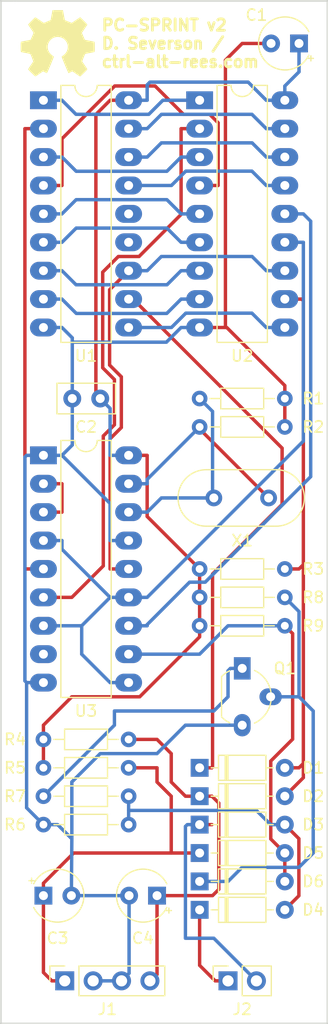
<source format=kicad_pcb>
(kicad_pcb (version 20171130) (host pcbnew "(5.1.5)-3")

  (general
    (thickness 1.6)
    (drawings 6)
    (tracks 280)
    (zones 0)
    (modules 27)
    (nets 35)
  )

  (page A4)
  (layers
    (0 F.Cu signal)
    (31 B.Cu signal)
    (32 B.Adhes user hide)
    (33 F.Adhes user hide)
    (34 B.Paste user hide)
    (35 F.Paste user hide)
    (36 B.SilkS user)
    (37 F.SilkS user)
    (38 B.Mask user)
    (39 F.Mask user)
    (40 Dwgs.User user hide)
    (41 Cmts.User user hide)
    (42 Eco1.User user hide)
    (43 Eco2.User user hide)
    (44 Edge.Cuts user)
    (45 Margin user hide)
    (46 B.CrtYd user hide)
    (47 F.CrtYd user hide)
    (48 B.Fab user hide)
    (49 F.Fab user hide)
  )

  (setup
    (last_trace_width 0.3048)
    (trace_clearance 0.3048)
    (zone_clearance 0.508)
    (zone_45_only no)
    (trace_min 0.3048)
    (via_size 0.6858)
    (via_drill 0.3302)
    (via_min_size 0.6858)
    (via_min_drill 0.3302)
    (uvia_size 0.06858)
    (uvia_drill 0.03302)
    (uvias_allowed no)
    (uvia_min_size 0.06858)
    (uvia_min_drill 0.03302)
    (edge_width 0.15)
    (segment_width 0.2)
    (pcb_text_width 0.3)
    (pcb_text_size 1.5 1.5)
    (mod_edge_width 0.15)
    (mod_text_size 1 1)
    (mod_text_width 0.15)
    (pad_size 1.524 1.524)
    (pad_drill 0.762)
    (pad_to_mask_clearance 0.2)
    (aux_axis_origin 0 0)
    (visible_elements 7FFFFFFF)
    (pcbplotparams
      (layerselection 0x010f0_ffffffff)
      (usegerberextensions false)
      (usegerberattributes false)
      (usegerberadvancedattributes false)
      (creategerberjobfile false)
      (excludeedgelayer true)
      (linewidth 0.100000)
      (plotframeref false)
      (viasonmask false)
      (mode 1)
      (useauxorigin false)
      (hpglpennumber 1)
      (hpglpenspeed 20)
      (hpglpendiameter 15.000000)
      (psnegative false)
      (psa4output false)
      (plotreference true)
      (plotvalue true)
      (plotinvisibletext false)
      (padsonsilk false)
      (subtractmaskfromsilk false)
      (outputformat 1)
      (mirror false)
      (drillshape 0)
      (scaleselection 1)
      (outputdirectory "gerber/"))
  )

  (net 0 "")
  (net 1 "Net-(C1-Pad1)")
  (net 2 "Net-(C1-Pad2)")
  (net 3 "Net-(C3-Pad1)")
  (net 4 "Net-(C4-Pad1)")
  (net 5 "Net-(D1-Pad1)")
  (net 6 "Net-(D1-Pad2)")
  (net 7 "Net-(R1-Pad1)")
  (net 8 "Net-(R2-Pad1)")
  (net 9 "Net-(U1-Pad1)")
  (net 10 "Net-(U1-Pad10)")
  (net 11 "Net-(U1-Pad2)")
  (net 12 "Net-(U1-Pad3)")
  (net 13 "Net-(U1-Pad12)")
  (net 14 "Net-(U1-Pad4)")
  (net 15 "Net-(U1-Pad13)")
  (net 16 "Net-(U1-Pad5)")
  (net 17 "Net-(U1-Pad14)")
  (net 18 "Net-(U1-Pad6)")
  (net 19 "Net-(U1-Pad15)")
  (net 20 "Net-(U1-Pad7)")
  (net 21 "Net-(U1-Pad16)")
  (net 22 "Net-(U1-Pad8)")
  (net 23 "Net-(U1-Pad17)")
  (net 24 "Net-(U2-Pad2)")
  (net 25 "Net-(U2-Pad13)")
  (net 26 "Net-(U2-Pad14)")
  (net 27 "Net-(U3-Pad2)")
  (net 28 "Net-(U3-Pad8)")
  (net 29 "Net-(D3-Pad2)")
  (net 30 "Net-(D3-Pad1)")
  (net 31 "Net-(D4-Pad1)")
  (net 32 "Net-(D5-Pad2)")
  (net 33 "Net-(D6-Pad1)")
  (net 34 "Net-(Q1-Pad1)")

  (net_class Default "This is the default net class."
    (clearance 0.3048)
    (trace_width 0.3048)
    (via_dia 0.6858)
    (via_drill 0.3302)
    (uvia_dia 0.06858)
    (uvia_drill 0.03302)
    (add_net "Net-(C1-Pad1)")
    (add_net "Net-(C1-Pad2)")
    (add_net "Net-(C3-Pad1)")
    (add_net "Net-(C4-Pad1)")
    (add_net "Net-(D1-Pad1)")
    (add_net "Net-(D1-Pad2)")
    (add_net "Net-(D3-Pad1)")
    (add_net "Net-(D3-Pad2)")
    (add_net "Net-(D4-Pad1)")
    (add_net "Net-(D5-Pad2)")
    (add_net "Net-(D6-Pad1)")
    (add_net "Net-(Q1-Pad1)")
    (add_net "Net-(R1-Pad1)")
    (add_net "Net-(R2-Pad1)")
    (add_net "Net-(U1-Pad1)")
    (add_net "Net-(U1-Pad10)")
    (add_net "Net-(U1-Pad12)")
    (add_net "Net-(U1-Pad13)")
    (add_net "Net-(U1-Pad14)")
    (add_net "Net-(U1-Pad15)")
    (add_net "Net-(U1-Pad16)")
    (add_net "Net-(U1-Pad17)")
    (add_net "Net-(U1-Pad2)")
    (add_net "Net-(U1-Pad3)")
    (add_net "Net-(U1-Pad4)")
    (add_net "Net-(U1-Pad5)")
    (add_net "Net-(U1-Pad6)")
    (add_net "Net-(U1-Pad7)")
    (add_net "Net-(U1-Pad8)")
    (add_net "Net-(U2-Pad13)")
    (add_net "Net-(U2-Pad14)")
    (add_net "Net-(U2-Pad2)")
    (add_net "Net-(U3-Pad2)")
    (add_net "Net-(U3-Pad8)")
  )

  (module Symbol:OSHW-Symbol_6.7x6mm_SilkScreen (layer F.Cu) (tedit 0) (tstamp 5E694FB4)
    (at 135.89 57.15)
    (descr "Open Source Hardware Symbol")
    (tags "Logo Symbol OSHW")
    (attr virtual)
    (fp_text reference REF** (at 0 0) (layer F.SilkS) hide
      (effects (font (size 1 1) (thickness 0.15)))
    )
    (fp_text value OSHW-Symbol_6.7x6mm_SilkScreen (at 0.75 0) (layer F.Fab) hide
      (effects (font (size 1 1) (thickness 0.15)))
    )
    (fp_poly (pts (xy 0.555814 -2.531069) (xy 0.639635 -2.086445) (xy 0.94892 -1.958947) (xy 1.258206 -1.831449)
      (xy 1.629246 -2.083754) (xy 1.733157 -2.154004) (xy 1.827087 -2.216728) (xy 1.906652 -2.269062)
      (xy 1.96747 -2.308143) (xy 2.005157 -2.331107) (xy 2.015421 -2.336058) (xy 2.03391 -2.323324)
      (xy 2.07342 -2.288118) (xy 2.129522 -2.234938) (xy 2.197787 -2.168282) (xy 2.273786 -2.092646)
      (xy 2.353092 -2.012528) (xy 2.431275 -1.932426) (xy 2.503907 -1.856836) (xy 2.566559 -1.790255)
      (xy 2.614803 -1.737182) (xy 2.64421 -1.702113) (xy 2.651241 -1.690377) (xy 2.641123 -1.66874)
      (xy 2.612759 -1.621338) (xy 2.569129 -1.552807) (xy 2.513218 -1.467785) (xy 2.448006 -1.370907)
      (xy 2.410219 -1.31565) (xy 2.341343 -1.214752) (xy 2.28014 -1.123701) (xy 2.229578 -1.04703)
      (xy 2.192628 -0.989272) (xy 2.172258 -0.954957) (xy 2.169197 -0.947746) (xy 2.176136 -0.927252)
      (xy 2.195051 -0.879487) (xy 2.223087 -0.811168) (xy 2.257391 -0.729011) (xy 2.295109 -0.63973)
      (xy 2.333387 -0.550042) (xy 2.36937 -0.466662) (xy 2.400206 -0.396306) (xy 2.423039 -0.34569)
      (xy 2.435017 -0.321529) (xy 2.435724 -0.320578) (xy 2.454531 -0.315964) (xy 2.504618 -0.305672)
      (xy 2.580793 -0.290713) (xy 2.677865 -0.272099) (xy 2.790643 -0.250841) (xy 2.856442 -0.238582)
      (xy 2.97695 -0.215638) (xy 3.085797 -0.193805) (xy 3.177476 -0.174278) (xy 3.246481 -0.158252)
      (xy 3.287304 -0.146921) (xy 3.295511 -0.143326) (xy 3.303548 -0.118994) (xy 3.310033 -0.064041)
      (xy 3.31497 0.015108) (xy 3.318364 0.112026) (xy 3.320218 0.220287) (xy 3.320538 0.333465)
      (xy 3.319327 0.445135) (xy 3.31659 0.548868) (xy 3.312331 0.638241) (xy 3.306555 0.706826)
      (xy 3.299267 0.748197) (xy 3.294895 0.75681) (xy 3.268764 0.767133) (xy 3.213393 0.781892)
      (xy 3.136107 0.799352) (xy 3.04423 0.81778) (xy 3.012158 0.823741) (xy 2.857524 0.852066)
      (xy 2.735375 0.874876) (xy 2.641673 0.89308) (xy 2.572384 0.907583) (xy 2.523471 0.919292)
      (xy 2.490897 0.929115) (xy 2.470628 0.937956) (xy 2.458626 0.946724) (xy 2.456947 0.948457)
      (xy 2.440184 0.976371) (xy 2.414614 1.030695) (xy 2.382788 1.104777) (xy 2.34726 1.191965)
      (xy 2.310583 1.285608) (xy 2.275311 1.379052) (xy 2.243996 1.465647) (xy 2.219193 1.53874)
      (xy 2.203454 1.591678) (xy 2.199332 1.617811) (xy 2.199676 1.618726) (xy 2.213641 1.640086)
      (xy 2.245322 1.687084) (xy 2.291391 1.754827) (xy 2.348518 1.838423) (xy 2.413373 1.932982)
      (xy 2.431843 1.959854) (xy 2.497699 2.057275) (xy 2.55565 2.146163) (xy 2.602538 2.221412)
      (xy 2.635207 2.27792) (xy 2.6505 2.310581) (xy 2.651241 2.314593) (xy 2.638392 2.335684)
      (xy 2.602888 2.377464) (xy 2.549293 2.435445) (xy 2.482171 2.505135) (xy 2.406087 2.582045)
      (xy 2.325604 2.661683) (xy 2.245287 2.739561) (xy 2.169699 2.811186) (xy 2.103405 2.87207)
      (xy 2.050969 2.917721) (xy 2.016955 2.94365) (xy 2.007545 2.947883) (xy 1.985643 2.937912)
      (xy 1.9408 2.91102) (xy 1.880321 2.871736) (xy 1.833789 2.840117) (xy 1.749475 2.782098)
      (xy 1.649626 2.713784) (xy 1.549473 2.645579) (xy 1.495627 2.609075) (xy 1.313371 2.4858)
      (xy 1.160381 2.56852) (xy 1.090682 2.604759) (xy 1.031414 2.632926) (xy 0.991311 2.648991)
      (xy 0.981103 2.651226) (xy 0.968829 2.634722) (xy 0.944613 2.588082) (xy 0.910263 2.515609)
      (xy 0.867588 2.421606) (xy 0.818394 2.310374) (xy 0.76449 2.186215) (xy 0.707684 2.053432)
      (xy 0.649782 1.916327) (xy 0.592593 1.779202) (xy 0.537924 1.646358) (xy 0.487584 1.522098)
      (xy 0.44338 1.410725) (xy 0.407119 1.316539) (xy 0.380609 1.243844) (xy 0.365658 1.196941)
      (xy 0.363254 1.180833) (xy 0.382311 1.160286) (xy 0.424036 1.126933) (xy 0.479706 1.087702)
      (xy 0.484378 1.084599) (xy 0.628264 0.969423) (xy 0.744283 0.835053) (xy 0.83143 0.685784)
      (xy 0.888699 0.525913) (xy 0.915086 0.359737) (xy 0.909585 0.191552) (xy 0.87119 0.025655)
      (xy 0.798895 -0.133658) (xy 0.777626 -0.168513) (xy 0.666996 -0.309263) (xy 0.536302 -0.422286)
      (xy 0.390064 -0.506997) (xy 0.232808 -0.562806) (xy 0.069057 -0.589126) (xy -0.096667 -0.58537)
      (xy -0.259838 -0.55095) (xy -0.415935 -0.485277) (xy -0.560433 -0.387765) (xy -0.605131 -0.348187)
      (xy -0.718888 -0.224297) (xy -0.801782 -0.093876) (xy -0.858644 0.052315) (xy -0.890313 0.197088)
      (xy -0.898131 0.35986) (xy -0.872062 0.52344) (xy -0.814755 0.682298) (xy -0.728856 0.830906)
      (xy -0.617014 0.963735) (xy -0.481877 1.075256) (xy -0.464117 1.087011) (xy -0.40785 1.125508)
      (xy -0.365077 1.158863) (xy -0.344628 1.18016) (xy -0.344331 1.180833) (xy -0.348721 1.203871)
      (xy -0.366124 1.256157) (xy -0.394732 1.33339) (xy -0.432735 1.431268) (xy -0.478326 1.545491)
      (xy -0.529697 1.671758) (xy -0.585038 1.805767) (xy -0.642542 1.943218) (xy -0.700399 2.079808)
      (xy -0.756802 2.211237) (xy -0.809942 2.333205) (xy -0.85801 2.441409) (xy -0.899199 2.531549)
      (xy -0.931699 2.599323) (xy -0.953703 2.64043) (xy -0.962564 2.651226) (xy -0.98964 2.642819)
      (xy -1.040303 2.620272) (xy -1.105817 2.587613) (xy -1.141841 2.56852) (xy -1.294832 2.4858)
      (xy -1.477088 2.609075) (xy -1.570125 2.672228) (xy -1.671985 2.741727) (xy -1.767438 2.807165)
      (xy -1.81525 2.840117) (xy -1.882495 2.885273) (xy -1.939436 2.921057) (xy -1.978646 2.942938)
      (xy -1.991381 2.947563) (xy -2.009917 2.935085) (xy -2.050941 2.900252) (xy -2.110475 2.846678)
      (xy -2.184542 2.777983) (xy -2.269165 2.697781) (xy -2.322685 2.646286) (xy -2.416319 2.554286)
      (xy -2.497241 2.471999) (xy -2.562177 2.402945) (xy -2.607858 2.350644) (xy -2.631011 2.318616)
      (xy -2.633232 2.312116) (xy -2.622924 2.287394) (xy -2.594439 2.237405) (xy -2.550937 2.167212)
      (xy -2.495577 2.081875) (xy -2.43152 1.986456) (xy -2.413303 1.959854) (xy -2.346927 1.863167)
      (xy -2.287378 1.776117) (xy -2.237984 1.703595) (xy -2.202075 1.650493) (xy -2.182981 1.621703)
      (xy -2.181136 1.618726) (xy -2.183895 1.595782) (xy -2.198538 1.545336) (xy -2.222513 1.474041)
      (xy -2.253266 1.388547) (xy -2.288244 1.295507) (xy -2.324893 1.201574) (xy -2.360661 1.113399)
      (xy -2.392994 1.037634) (xy -2.419338 0.980931) (xy -2.437142 0.949943) (xy -2.438407 0.948457)
      (xy -2.449294 0.939601) (xy -2.467682 0.930843) (xy -2.497606 0.921277) (xy -2.543103 0.909996)
      (xy -2.608209 0.896093) (xy -2.696961 0.878663) (xy -2.813393 0.856798) (xy -2.961542 0.829591)
      (xy -2.993618 0.823741) (xy -3.088686 0.805374) (xy -3.171565 0.787405) (xy -3.23493 0.771569)
      (xy -3.271458 0.7596) (xy -3.276356 0.75681) (xy -3.284427 0.732072) (xy -3.290987 0.67679)
      (xy -3.296033 0.597389) (xy -3.299559 0.500296) (xy -3.301561 0.391938) (xy -3.302036 0.27874)
      (xy -3.300977 0.167128) (xy -3.298382 0.063529) (xy -3.294246 -0.025632) (xy -3.288563 -0.093928)
      (xy -3.281331 -0.134934) (xy -3.276971 -0.143326) (xy -3.252698 -0.151792) (xy -3.197426 -0.165565)
      (xy -3.116662 -0.18345) (xy -3.015912 -0.204252) (xy -2.900683 -0.226777) (xy -2.837902 -0.238582)
      (xy -2.718787 -0.260849) (xy -2.612565 -0.281021) (xy -2.524427 -0.298085) (xy -2.459566 -0.311031)
      (xy -2.423174 -0.318845) (xy -2.417184 -0.320578) (xy -2.407061 -0.34011) (xy -2.385662 -0.387157)
      (xy -2.355839 -0.454997) (xy -2.320445 -0.536909) (xy -2.282332 -0.626172) (xy -2.244353 -0.716065)
      (xy -2.20936 -0.799865) (xy -2.180206 -0.870853) (xy -2.159743 -0.922306) (xy -2.150823 -0.947503)
      (xy -2.150657 -0.948604) (xy -2.160769 -0.968481) (xy -2.189117 -1.014223) (xy -2.232723 -1.081283)
      (xy -2.288606 -1.165116) (xy -2.353787 -1.261174) (xy -2.391679 -1.31635) (xy -2.460725 -1.417519)
      (xy -2.52205 -1.50937) (xy -2.572663 -1.587256) (xy -2.609571 -1.646531) (xy -2.629782 -1.682549)
      (xy -2.632701 -1.690623) (xy -2.620153 -1.709416) (xy -2.585463 -1.749543) (xy -2.533063 -1.806507)
      (xy -2.467384 -1.875815) (xy -2.392856 -1.952969) (xy -2.313913 -2.033475) (xy -2.234983 -2.112837)
      (xy -2.1605 -2.18656) (xy -2.094894 -2.250148) (xy -2.042596 -2.299106) (xy -2.008039 -2.328939)
      (xy -1.996478 -2.336058) (xy -1.977654 -2.326047) (xy -1.932631 -2.297922) (xy -1.865787 -2.254546)
      (xy -1.781499 -2.198782) (xy -1.684144 -2.133494) (xy -1.610707 -2.083754) (xy -1.239667 -1.831449)
      (xy -0.621095 -2.086445) (xy -0.537275 -2.531069) (xy -0.453454 -2.975693) (xy 0.471994 -2.975693)
      (xy 0.555814 -2.531069)) (layer F.SilkS) (width 0.01))
  )

  (module Crystal:Crystal_HC18-U_Vertical (layer F.Cu) (tedit 5A1AD3B7) (tstamp 5A03F2D0)
    (at 149.86 97.79)
    (descr "Crystal THT HC-18/U, http://5hertz.com/pdfs/04404_D.pdf")
    (tags "THT crystalHC-18/U")
    (path /5A03D7BD)
    (fp_text reference X1 (at 2.54 3.81) (layer F.SilkS)
      (effects (font (size 1 1) (thickness 0.15)))
    )
    (fp_text value "22.11 MHz" (at 2.54 1.27) (layer F.Fab)
      (effects (font (size 1 1) (thickness 0.15)))
    )
    (fp_arc (start 5.575 0) (end 5.575 -2.525) (angle 180) (layer F.SilkS) (width 0.12))
    (fp_arc (start -0.675 0) (end -0.675 -2.525) (angle -180) (layer F.SilkS) (width 0.12))
    (fp_arc (start 5.45 0) (end 5.45 -2) (angle 180) (layer F.Fab) (width 0.1))
    (fp_arc (start -0.55 0) (end -0.55 -2) (angle -180) (layer F.Fab) (width 0.1))
    (fp_arc (start 5.575 0) (end 5.575 -2.325) (angle 180) (layer F.Fab) (width 0.1))
    (fp_arc (start -0.675 0) (end -0.675 -2.325) (angle -180) (layer F.Fab) (width 0.1))
    (fp_line (start 8.4 -2.8) (end -3.5 -2.8) (layer F.CrtYd) (width 0.05))
    (fp_line (start 8.4 2.8) (end 8.4 -2.8) (layer F.CrtYd) (width 0.05))
    (fp_line (start -3.5 2.8) (end 8.4 2.8) (layer F.CrtYd) (width 0.05))
    (fp_line (start -3.5 -2.8) (end -3.5 2.8) (layer F.CrtYd) (width 0.05))
    (fp_line (start -0.675 2.525) (end 5.575 2.525) (layer F.SilkS) (width 0.12))
    (fp_line (start -0.675 -2.525) (end 5.575 -2.525) (layer F.SilkS) (width 0.12))
    (fp_line (start -0.55 2) (end 5.45 2) (layer F.Fab) (width 0.1))
    (fp_line (start -0.55 -2) (end 5.45 -2) (layer F.Fab) (width 0.1))
    (fp_line (start -0.675 2.325) (end 5.575 2.325) (layer F.Fab) (width 0.1))
    (fp_line (start -0.675 -2.325) (end 5.575 -2.325) (layer F.Fab) (width 0.1))
    (fp_text user %R (at 2.54 -1.27) (layer F.Fab) hide
      (effects (font (size 1 1) (thickness 0.15)))
    )
    (pad 2 thru_hole circle (at 4.9 0) (size 1.5 1.5) (drill 0.8) (layers *.Cu *.Mask)
      (net 8 "Net-(R2-Pad1)"))
    (pad 1 thru_hole circle (at 0 0) (size 1.5 1.5) (drill 0.8) (layers *.Cu *.Mask)
      (net 7 "Net-(R1-Pad1)"))
    (model ${KISYS3DMOD}/Crystal.3dshapes/Crystal_HC18-U_Vertical.wrl
      (at (xyz 0 0 0))
      (scale (xyz 1 1 1))
      (rotate (xyz 0 0 0))
    )
  )

  (module Resistor_THT:R_Axial_DIN0204_L3.6mm_D1.6mm_P7.62mm_Horizontal (layer F.Cu) (tedit 5AE5139B) (tstamp 5A03F270)
    (at 148.59 88.9)
    (descr "Resistor, Axial_DIN0204 series, Axial, Horizontal, pin pitch=7.62mm, 0.167W, length*diameter=3.6*1.6mm^2, http://cdn-reichelt.de/documents/datenblatt/B400/1_4W%23YAG.pdf")
    (tags "Resistor Axial_DIN0204 series Axial Horizontal pin pitch 7.62mm 0.167W length 3.6mm diameter 1.6mm")
    (path /5A03D8BE)
    (fp_text reference R1 (at 10.16 0) (layer F.SilkS)
      (effects (font (size 1 1) (thickness 0.15)))
    )
    (fp_text value 560 (at 3.81 0) (layer F.Fab)
      (effects (font (size 1 1) (thickness 0.15)))
    )
    (fp_text user %R (at 3.81 0) (layer F.Fab)
      (effects (font (size 0.72 0.72) (thickness 0.108)))
    )
    (fp_line (start 8.57 -1.05) (end -0.95 -1.05) (layer F.CrtYd) (width 0.05))
    (fp_line (start 8.57 1.05) (end 8.57 -1.05) (layer F.CrtYd) (width 0.05))
    (fp_line (start -0.95 1.05) (end 8.57 1.05) (layer F.CrtYd) (width 0.05))
    (fp_line (start -0.95 -1.05) (end -0.95 1.05) (layer F.CrtYd) (width 0.05))
    (fp_line (start 6.68 0) (end 5.73 0) (layer F.SilkS) (width 0.12))
    (fp_line (start 0.94 0) (end 1.89 0) (layer F.SilkS) (width 0.12))
    (fp_line (start 5.73 -0.92) (end 1.89 -0.92) (layer F.SilkS) (width 0.12))
    (fp_line (start 5.73 0.92) (end 5.73 -0.92) (layer F.SilkS) (width 0.12))
    (fp_line (start 1.89 0.92) (end 5.73 0.92) (layer F.SilkS) (width 0.12))
    (fp_line (start 1.89 -0.92) (end 1.89 0.92) (layer F.SilkS) (width 0.12))
    (fp_line (start 7.62 0) (end 5.61 0) (layer F.Fab) (width 0.1))
    (fp_line (start 0 0) (end 2.01 0) (layer F.Fab) (width 0.1))
    (fp_line (start 5.61 -0.8) (end 2.01 -0.8) (layer F.Fab) (width 0.1))
    (fp_line (start 5.61 0.8) (end 5.61 -0.8) (layer F.Fab) (width 0.1))
    (fp_line (start 2.01 0.8) (end 5.61 0.8) (layer F.Fab) (width 0.1))
    (fp_line (start 2.01 -0.8) (end 2.01 0.8) (layer F.Fab) (width 0.1))
    (pad 2 thru_hole oval (at 7.62 0) (size 1.4 1.4) (drill 0.7) (layers *.Cu *.Mask)
      (net 2 "Net-(C1-Pad2)"))
    (pad 1 thru_hole circle (at 0 0) (size 1.4 1.4) (drill 0.7) (layers *.Cu *.Mask)
      (net 7 "Net-(R1-Pad1)"))
    (model ${KISYS3DMOD}/Resistor_THT.3dshapes/R_Axial_DIN0204_L3.6mm_D1.6mm_P7.62mm_Horizontal.wrl
      (at (xyz 0 0 0))
      (scale (xyz 1 1 1))
      (rotate (xyz 0 0 0))
    )
  )

  (module Resistor_THT:R_Axial_DIN0204_L3.6mm_D1.6mm_P7.62mm_Horizontal (layer F.Cu) (tedit 5AE5139B) (tstamp 5A03F276)
    (at 148.59 91.44)
    (descr "Resistor, Axial_DIN0204 series, Axial, Horizontal, pin pitch=7.62mm, 0.167W, length*diameter=3.6*1.6mm^2, http://cdn-reichelt.de/documents/datenblatt/B400/1_4W%23YAG.pdf")
    (tags "Resistor Axial_DIN0204 series Axial Horizontal pin pitch 7.62mm 0.167W length 3.6mm diameter 1.6mm")
    (path /5A03D90D)
    (fp_text reference R2 (at 10.16 0) (layer F.SilkS)
      (effects (font (size 1 1) (thickness 0.15)))
    )
    (fp_text value 560 (at 3.81 0) (layer F.Fab)
      (effects (font (size 1 1) (thickness 0.15)))
    )
    (fp_text user %R (at 3.81 0) (layer F.Fab)
      (effects (font (size 0.72 0.72) (thickness 0.108)))
    )
    (fp_line (start 8.57 -1.05) (end -0.95 -1.05) (layer F.CrtYd) (width 0.05))
    (fp_line (start 8.57 1.05) (end 8.57 -1.05) (layer F.CrtYd) (width 0.05))
    (fp_line (start -0.95 1.05) (end 8.57 1.05) (layer F.CrtYd) (width 0.05))
    (fp_line (start -0.95 -1.05) (end -0.95 1.05) (layer F.CrtYd) (width 0.05))
    (fp_line (start 6.68 0) (end 5.73 0) (layer F.SilkS) (width 0.12))
    (fp_line (start 0.94 0) (end 1.89 0) (layer F.SilkS) (width 0.12))
    (fp_line (start 5.73 -0.92) (end 1.89 -0.92) (layer F.SilkS) (width 0.12))
    (fp_line (start 5.73 0.92) (end 5.73 -0.92) (layer F.SilkS) (width 0.12))
    (fp_line (start 1.89 0.92) (end 5.73 0.92) (layer F.SilkS) (width 0.12))
    (fp_line (start 1.89 -0.92) (end 1.89 0.92) (layer F.SilkS) (width 0.12))
    (fp_line (start 7.62 0) (end 5.61 0) (layer F.Fab) (width 0.1))
    (fp_line (start 0 0) (end 2.01 0) (layer F.Fab) (width 0.1))
    (fp_line (start 5.61 -0.8) (end 2.01 -0.8) (layer F.Fab) (width 0.1))
    (fp_line (start 5.61 0.8) (end 5.61 -0.8) (layer F.Fab) (width 0.1))
    (fp_line (start 2.01 0.8) (end 5.61 0.8) (layer F.Fab) (width 0.1))
    (fp_line (start 2.01 -0.8) (end 2.01 0.8) (layer F.Fab) (width 0.1))
    (pad 2 thru_hole oval (at 7.62 0) (size 1.4 1.4) (drill 0.7) (layers *.Cu *.Mask)
      (net 2 "Net-(C1-Pad2)"))
    (pad 1 thru_hole circle (at 0 0) (size 1.4 1.4) (drill 0.7) (layers *.Cu *.Mask)
      (net 8 "Net-(R2-Pad1)"))
    (model ${KISYS3DMOD}/Resistor_THT.3dshapes/R_Axial_DIN0204_L3.6mm_D1.6mm_P7.62mm_Horizontal.wrl
      (at (xyz 0 0 0))
      (scale (xyz 1 1 1))
      (rotate (xyz 0 0 0))
    )
  )

  (module Resistor_THT:R_Axial_DIN0204_L3.6mm_D1.6mm_P7.62mm_Horizontal (layer F.Cu) (tedit 5AE5139B) (tstamp 5A03F27C)
    (at 148.59 104.14)
    (descr "Resistor, Axial_DIN0204 series, Axial, Horizontal, pin pitch=7.62mm, 0.167W, length*diameter=3.6*1.6mm^2, http://cdn-reichelt.de/documents/datenblatt/B400/1_4W%23YAG.pdf")
    (tags "Resistor Axial_DIN0204 series Axial Horizontal pin pitch 7.62mm 0.167W length 3.6mm diameter 1.6mm")
    (path /5A03D963)
    (fp_text reference R3 (at 10.16 0) (layer F.SilkS)
      (effects (font (size 1 1) (thickness 0.15)))
    )
    (fp_text value 3.3K (at 3.81 0) (layer F.Fab)
      (effects (font (size 1 1) (thickness 0.15)))
    )
    (fp_text user %R (at 3.81 0) (layer F.Fab)
      (effects (font (size 0.72 0.72) (thickness 0.108)))
    )
    (fp_line (start 8.57 -1.05) (end -0.95 -1.05) (layer F.CrtYd) (width 0.05))
    (fp_line (start 8.57 1.05) (end 8.57 -1.05) (layer F.CrtYd) (width 0.05))
    (fp_line (start -0.95 1.05) (end 8.57 1.05) (layer F.CrtYd) (width 0.05))
    (fp_line (start -0.95 -1.05) (end -0.95 1.05) (layer F.CrtYd) (width 0.05))
    (fp_line (start 6.68 0) (end 5.73 0) (layer F.SilkS) (width 0.12))
    (fp_line (start 0.94 0) (end 1.89 0) (layer F.SilkS) (width 0.12))
    (fp_line (start 5.73 -0.92) (end 1.89 -0.92) (layer F.SilkS) (width 0.12))
    (fp_line (start 5.73 0.92) (end 5.73 -0.92) (layer F.SilkS) (width 0.12))
    (fp_line (start 1.89 0.92) (end 5.73 0.92) (layer F.SilkS) (width 0.12))
    (fp_line (start 1.89 -0.92) (end 1.89 0.92) (layer F.SilkS) (width 0.12))
    (fp_line (start 7.62 0) (end 5.61 0) (layer F.Fab) (width 0.1))
    (fp_line (start 0 0) (end 2.01 0) (layer F.Fab) (width 0.1))
    (fp_line (start 5.61 -0.8) (end 2.01 -0.8) (layer F.Fab) (width 0.1))
    (fp_line (start 5.61 0.8) (end 5.61 -0.8) (layer F.Fab) (width 0.1))
    (fp_line (start 2.01 0.8) (end 5.61 0.8) (layer F.Fab) (width 0.1))
    (fp_line (start 2.01 -0.8) (end 2.01 0.8) (layer F.Fab) (width 0.1))
    (pad 2 thru_hole oval (at 7.62 0) (size 1.4 1.4) (drill 0.7) (layers *.Cu *.Mask)
      (net 6 "Net-(D1-Pad2)"))
    (pad 1 thru_hole circle (at 0 0) (size 1.4 1.4) (drill 0.7) (layers *.Cu *.Mask)
      (net 1 "Net-(C1-Pad1)"))
    (model ${KISYS3DMOD}/Resistor_THT.3dshapes/R_Axial_DIN0204_L3.6mm_D1.6mm_P7.62mm_Horizontal.wrl
      (at (xyz 0 0 0))
      (scale (xyz 1 1 1))
      (rotate (xyz 0 0 0))
    )
  )

  (module Resistor_THT:R_Axial_DIN0204_L3.6mm_D1.6mm_P7.62mm_Horizontal (layer F.Cu) (tedit 5AE5139B) (tstamp 5A03F282)
    (at 134.62 119.38)
    (descr "Resistor, Axial_DIN0204 series, Axial, Horizontal, pin pitch=7.62mm, 0.167W, length*diameter=3.6*1.6mm^2, http://cdn-reichelt.de/documents/datenblatt/B400/1_4W%23YAG.pdf")
    (tags "Resistor Axial_DIN0204 series Axial Horizontal pin pitch 7.62mm 0.167W length 3.6mm diameter 1.6mm")
    (path /5A03D9BD)
    (fp_text reference R4 (at -2.54 0) (layer F.SilkS)
      (effects (font (size 1 1) (thickness 0.15)))
    )
    (fp_text value 10K (at 3.81 0) (layer F.Fab)
      (effects (font (size 1 1) (thickness 0.15)))
    )
    (fp_text user %R (at 3.81 0) (layer F.Fab)
      (effects (font (size 0.72 0.72) (thickness 0.108)))
    )
    (fp_line (start 8.57 -1.05) (end -0.95 -1.05) (layer F.CrtYd) (width 0.05))
    (fp_line (start 8.57 1.05) (end 8.57 -1.05) (layer F.CrtYd) (width 0.05))
    (fp_line (start -0.95 1.05) (end 8.57 1.05) (layer F.CrtYd) (width 0.05))
    (fp_line (start -0.95 -1.05) (end -0.95 1.05) (layer F.CrtYd) (width 0.05))
    (fp_line (start 6.68 0) (end 5.73 0) (layer F.SilkS) (width 0.12))
    (fp_line (start 0.94 0) (end 1.89 0) (layer F.SilkS) (width 0.12))
    (fp_line (start 5.73 -0.92) (end 1.89 -0.92) (layer F.SilkS) (width 0.12))
    (fp_line (start 5.73 0.92) (end 5.73 -0.92) (layer F.SilkS) (width 0.12))
    (fp_line (start 1.89 0.92) (end 5.73 0.92) (layer F.SilkS) (width 0.12))
    (fp_line (start 1.89 -0.92) (end 1.89 0.92) (layer F.SilkS) (width 0.12))
    (fp_line (start 7.62 0) (end 5.61 0) (layer F.Fab) (width 0.1))
    (fp_line (start 0 0) (end 2.01 0) (layer F.Fab) (width 0.1))
    (fp_line (start 5.61 -0.8) (end 2.01 -0.8) (layer F.Fab) (width 0.1))
    (fp_line (start 5.61 0.8) (end 5.61 -0.8) (layer F.Fab) (width 0.1))
    (fp_line (start 2.01 0.8) (end 5.61 0.8) (layer F.Fab) (width 0.1))
    (fp_line (start 2.01 -0.8) (end 2.01 0.8) (layer F.Fab) (width 0.1))
    (pad 2 thru_hole oval (at 7.62 0) (size 1.4 1.4) (drill 0.7) (layers *.Cu *.Mask)
      (net 4 "Net-(C4-Pad1)"))
    (pad 1 thru_hole circle (at 0 0) (size 1.4 1.4) (drill 0.7) (layers *.Cu *.Mask)
      (net 1 "Net-(C1-Pad1)"))
    (model ${KISYS3DMOD}/Resistor_THT.3dshapes/R_Axial_DIN0204_L3.6mm_D1.6mm_P7.62mm_Horizontal.wrl
      (at (xyz 0 0 0))
      (scale (xyz 1 1 1))
      (rotate (xyz 0 0 0))
    )
  )

  (module Resistor_THT:R_Axial_DIN0204_L3.6mm_D1.6mm_P7.62mm_Horizontal (layer F.Cu) (tedit 5AE5139B) (tstamp 5A03F288)
    (at 134.62 121.92)
    (descr "Resistor, Axial_DIN0204 series, Axial, Horizontal, pin pitch=7.62mm, 0.167W, length*diameter=3.6*1.6mm^2, http://cdn-reichelt.de/documents/datenblatt/B400/1_4W%23YAG.pdf")
    (tags "Resistor Axial_DIN0204 series Axial Horizontal pin pitch 7.62mm 0.167W length 3.6mm diameter 1.6mm")
    (path /5A03DA0C)
    (fp_text reference R5 (at -2.54 0) (layer F.SilkS)
      (effects (font (size 1 1) (thickness 0.15)))
    )
    (fp_text value 10K (at 3.81 0) (layer F.Fab)
      (effects (font (size 1 1) (thickness 0.15)))
    )
    (fp_text user %R (at 3.81 0) (layer F.Fab)
      (effects (font (size 0.72 0.72) (thickness 0.108)))
    )
    (fp_line (start 8.57 -1.05) (end -0.95 -1.05) (layer F.CrtYd) (width 0.05))
    (fp_line (start 8.57 1.05) (end 8.57 -1.05) (layer F.CrtYd) (width 0.05))
    (fp_line (start -0.95 1.05) (end 8.57 1.05) (layer F.CrtYd) (width 0.05))
    (fp_line (start -0.95 -1.05) (end -0.95 1.05) (layer F.CrtYd) (width 0.05))
    (fp_line (start 6.68 0) (end 5.73 0) (layer F.SilkS) (width 0.12))
    (fp_line (start 0.94 0) (end 1.89 0) (layer F.SilkS) (width 0.12))
    (fp_line (start 5.73 -0.92) (end 1.89 -0.92) (layer F.SilkS) (width 0.12))
    (fp_line (start 5.73 0.92) (end 5.73 -0.92) (layer F.SilkS) (width 0.12))
    (fp_line (start 1.89 0.92) (end 5.73 0.92) (layer F.SilkS) (width 0.12))
    (fp_line (start 1.89 -0.92) (end 1.89 0.92) (layer F.SilkS) (width 0.12))
    (fp_line (start 7.62 0) (end 5.61 0) (layer F.Fab) (width 0.1))
    (fp_line (start 0 0) (end 2.01 0) (layer F.Fab) (width 0.1))
    (fp_line (start 5.61 -0.8) (end 2.01 -0.8) (layer F.Fab) (width 0.1))
    (fp_line (start 5.61 0.8) (end 5.61 -0.8) (layer F.Fab) (width 0.1))
    (fp_line (start 2.01 0.8) (end 5.61 0.8) (layer F.Fab) (width 0.1))
    (fp_line (start 2.01 -0.8) (end 2.01 0.8) (layer F.Fab) (width 0.1))
    (pad 2 thru_hole oval (at 7.62 0) (size 1.4 1.4) (drill 0.7) (layers *.Cu *.Mask)
      (net 3 "Net-(C3-Pad1)"))
    (pad 1 thru_hole circle (at 0 0) (size 1.4 1.4) (drill 0.7) (layers *.Cu *.Mask)
      (net 1 "Net-(C1-Pad1)"))
    (model ${KISYS3DMOD}/Resistor_THT.3dshapes/R_Axial_DIN0204_L3.6mm_D1.6mm_P7.62mm_Horizontal.wrl
      (at (xyz 0 0 0))
      (scale (xyz 1 1 1))
      (rotate (xyz 0 0 0))
    )
  )

  (module Package_DIP:DIP-18_W7.62mm_LongPads (layer F.Cu) (tedit 5A02E8C5) (tstamp 5A03F29E)
    (at 134.62 62.23)
    (descr "18-lead though-hole mounted DIP package, row spacing 7.62 mm (300 mils), LongPads")
    (tags "THT DIP DIL PDIP 2.54mm 7.62mm 300mil LongPads")
    (path /5A03D32A)
    (fp_text reference U1 (at 3.81 22.86) (layer F.SilkS)
      (effects (font (size 1 1) (thickness 0.15)))
    )
    (fp_text value 8284A (at 3.81 22.65) (layer F.Fab)
      (effects (font (size 1 1) (thickness 0.15)))
    )
    (fp_text user %R (at 3.81 10.16) (layer F.Fab)
      (effects (font (size 1 1) (thickness 0.15)))
    )
    (fp_line (start 9.1 -1.55) (end -1.45 -1.55) (layer F.CrtYd) (width 0.05))
    (fp_line (start 9.1 21.85) (end 9.1 -1.55) (layer F.CrtYd) (width 0.05))
    (fp_line (start -1.45 21.85) (end 9.1 21.85) (layer F.CrtYd) (width 0.05))
    (fp_line (start -1.45 -1.55) (end -1.45 21.85) (layer F.CrtYd) (width 0.05))
    (fp_line (start 6.06 -1.33) (end 4.81 -1.33) (layer F.SilkS) (width 0.12))
    (fp_line (start 6.06 21.65) (end 6.06 -1.33) (layer F.SilkS) (width 0.12))
    (fp_line (start 1.56 21.65) (end 6.06 21.65) (layer F.SilkS) (width 0.12))
    (fp_line (start 1.56 -1.33) (end 1.56 21.65) (layer F.SilkS) (width 0.12))
    (fp_line (start 2.81 -1.33) (end 1.56 -1.33) (layer F.SilkS) (width 0.12))
    (fp_line (start 0.635 -0.27) (end 1.635 -1.27) (layer F.Fab) (width 0.1))
    (fp_line (start 0.635 21.59) (end 0.635 -0.27) (layer F.Fab) (width 0.1))
    (fp_line (start 6.985 21.59) (end 0.635 21.59) (layer F.Fab) (width 0.1))
    (fp_line (start 6.985 -1.27) (end 6.985 21.59) (layer F.Fab) (width 0.1))
    (fp_line (start 1.635 -1.27) (end 6.985 -1.27) (layer F.Fab) (width 0.1))
    (fp_arc (start 3.81 -1.33) (end 2.81 -1.33) (angle -180) (layer F.SilkS) (width 0.12))
    (pad 18 thru_hole oval (at 7.62 0) (size 2.4 1.6) (drill 0.8) (layers *.Cu *.Mask)
      (net 1 "Net-(C1-Pad1)"))
    (pad 9 thru_hole oval (at 0 20.32) (size 2.4 1.6) (drill 0.8) (layers *.Cu *.Mask)
      (net 2 "Net-(C1-Pad2)"))
    (pad 17 thru_hole oval (at 7.62 2.54) (size 2.4 1.6) (drill 0.8) (layers *.Cu *.Mask)
      (net 23 "Net-(U1-Pad17)"))
    (pad 8 thru_hole oval (at 0 17.78) (size 2.4 1.6) (drill 0.8) (layers *.Cu *.Mask)
      (net 22 "Net-(U1-Pad8)"))
    (pad 16 thru_hole oval (at 7.62 5.08) (size 2.4 1.6) (drill 0.8) (layers *.Cu *.Mask)
      (net 21 "Net-(U1-Pad16)"))
    (pad 7 thru_hole oval (at 0 15.24) (size 2.4 1.6) (drill 0.8) (layers *.Cu *.Mask)
      (net 20 "Net-(U1-Pad7)"))
    (pad 15 thru_hole oval (at 7.62 7.62) (size 2.4 1.6) (drill 0.8) (layers *.Cu *.Mask)
      (net 19 "Net-(U1-Pad15)"))
    (pad 6 thru_hole oval (at 0 12.7) (size 2.4 1.6) (drill 0.8) (layers *.Cu *.Mask)
      (net 18 "Net-(U1-Pad6)"))
    (pad 14 thru_hole oval (at 7.62 10.16) (size 2.4 1.6) (drill 0.8) (layers *.Cu *.Mask)
      (net 17 "Net-(U1-Pad14)"))
    (pad 5 thru_hole oval (at 0 10.16) (size 2.4 1.6) (drill 0.8) (layers *.Cu *.Mask)
      (net 16 "Net-(U1-Pad5)"))
    (pad 13 thru_hole oval (at 7.62 12.7) (size 2.4 1.6) (drill 0.8) (layers *.Cu *.Mask)
      (net 15 "Net-(U1-Pad13)"))
    (pad 4 thru_hole oval (at 0 7.62) (size 2.4 1.6) (drill 0.8) (layers *.Cu *.Mask)
      (net 14 "Net-(U1-Pad4)"))
    (pad 12 thru_hole oval (at 7.62 15.24) (size 2.4 1.6) (drill 0.8) (layers *.Cu *.Mask)
      (net 13 "Net-(U1-Pad12)"))
    (pad 3 thru_hole oval (at 0 5.08) (size 2.4 1.6) (drill 0.8) (layers *.Cu *.Mask)
      (net 12 "Net-(U1-Pad3)"))
    (pad 11 thru_hole oval (at 7.62 17.78) (size 2.4 1.6) (drill 0.8) (layers *.Cu *.Mask)
      (net 5 "Net-(D1-Pad1)"))
    (pad 2 thru_hole oval (at 0 2.54) (size 2.4 1.6) (drill 0.8) (layers *.Cu *.Mask)
      (net 11 "Net-(U1-Pad2)"))
    (pad 10 thru_hole oval (at 7.62 20.32) (size 2.4 1.6) (drill 0.8) (layers *.Cu *.Mask)
      (net 10 "Net-(U1-Pad10)"))
    (pad 1 thru_hole rect (at 0 0) (size 2.4 1.6) (drill 0.8) (layers *.Cu *.Mask)
      (net 9 "Net-(U1-Pad1)"))
    (model ${KISYS3DMOD}/Package_DIP.3dshapes/DIP-18_W7.62mm.wrl
      (at (xyz 0 0 0))
      (scale (xyz 1 1 1))
      (rotate (xyz 0 0 0))
    )
  )

  (module Package_DIP:DIP-18_W7.62mm_LongPads (layer F.Cu) (tedit 5A02E8C5) (tstamp 5A03F2B4)
    (at 148.59 62.23)
    (descr "18-lead though-hole mounted DIP package, row spacing 7.62 mm (300 mils), LongPads")
    (tags "THT DIP DIL PDIP 2.54mm 7.62mm 300mil LongPads")
    (path /5A03D35E)
    (fp_text reference U2 (at 3.81 22.86) (layer F.SilkS)
      (effects (font (size 1 1) (thickness 0.15)))
    )
    (fp_text value 8284A (at 3.81 22.65) (layer F.Fab)
      (effects (font (size 1 1) (thickness 0.15)))
    )
    (fp_text user %R (at 3.81 10.16) (layer F.Fab)
      (effects (font (size 1 1) (thickness 0.15)))
    )
    (fp_line (start 9.1 -1.55) (end -1.45 -1.55) (layer F.CrtYd) (width 0.05))
    (fp_line (start 9.1 21.85) (end 9.1 -1.55) (layer F.CrtYd) (width 0.05))
    (fp_line (start -1.45 21.85) (end 9.1 21.85) (layer F.CrtYd) (width 0.05))
    (fp_line (start -1.45 -1.55) (end -1.45 21.85) (layer F.CrtYd) (width 0.05))
    (fp_line (start 6.06 -1.33) (end 4.81 -1.33) (layer F.SilkS) (width 0.12))
    (fp_line (start 6.06 21.65) (end 6.06 -1.33) (layer F.SilkS) (width 0.12))
    (fp_line (start 1.56 21.65) (end 6.06 21.65) (layer F.SilkS) (width 0.12))
    (fp_line (start 1.56 -1.33) (end 1.56 21.65) (layer F.SilkS) (width 0.12))
    (fp_line (start 2.81 -1.33) (end 1.56 -1.33) (layer F.SilkS) (width 0.12))
    (fp_line (start 0.635 -0.27) (end 1.635 -1.27) (layer F.Fab) (width 0.1))
    (fp_line (start 0.635 21.59) (end 0.635 -0.27) (layer F.Fab) (width 0.1))
    (fp_line (start 6.985 21.59) (end 0.635 21.59) (layer F.Fab) (width 0.1))
    (fp_line (start 6.985 -1.27) (end 6.985 21.59) (layer F.Fab) (width 0.1))
    (fp_line (start 1.635 -1.27) (end 6.985 -1.27) (layer F.Fab) (width 0.1))
    (fp_arc (start 3.81 -1.33) (end 2.81 -1.33) (angle -180) (layer F.SilkS) (width 0.12))
    (pad 18 thru_hole oval (at 7.62 0) (size 2.4 1.6) (drill 0.8) (layers *.Cu *.Mask)
      (net 1 "Net-(C1-Pad1)"))
    (pad 9 thru_hole oval (at 0 20.32) (size 2.4 1.6) (drill 0.8) (layers *.Cu *.Mask)
      (net 2 "Net-(C1-Pad2)"))
    (pad 17 thru_hole oval (at 7.62 2.54) (size 2.4 1.6) (drill 0.8) (layers *.Cu *.Mask)
      (net 23 "Net-(U1-Pad17)"))
    (pad 8 thru_hole oval (at 0 17.78) (size 2.4 1.6) (drill 0.8) (layers *.Cu *.Mask)
      (net 22 "Net-(U1-Pad8)"))
    (pad 16 thru_hole oval (at 7.62 5.08) (size 2.4 1.6) (drill 0.8) (layers *.Cu *.Mask)
      (net 21 "Net-(U1-Pad16)"))
    (pad 7 thru_hole oval (at 0 15.24) (size 2.4 1.6) (drill 0.8) (layers *.Cu *.Mask)
      (net 20 "Net-(U1-Pad7)"))
    (pad 15 thru_hole oval (at 7.62 7.62) (size 2.4 1.6) (drill 0.8) (layers *.Cu *.Mask)
      (net 19 "Net-(U1-Pad15)"))
    (pad 6 thru_hole oval (at 0 12.7) (size 2.4 1.6) (drill 0.8) (layers *.Cu *.Mask)
      (net 18 "Net-(U1-Pad6)"))
    (pad 14 thru_hole oval (at 7.62 10.16) (size 2.4 1.6) (drill 0.8) (layers *.Cu *.Mask)
      (net 26 "Net-(U2-Pad14)"))
    (pad 5 thru_hole oval (at 0 10.16) (size 2.4 1.6) (drill 0.8) (layers *.Cu *.Mask)
      (net 16 "Net-(U1-Pad5)"))
    (pad 13 thru_hole oval (at 7.62 12.7) (size 2.4 1.6) (drill 0.8) (layers *.Cu *.Mask)
      (net 25 "Net-(U2-Pad13)"))
    (pad 4 thru_hole oval (at 0 7.62) (size 2.4 1.6) (drill 0.8) (layers *.Cu *.Mask)
      (net 14 "Net-(U1-Pad4)"))
    (pad 12 thru_hole oval (at 7.62 15.24) (size 2.4 1.6) (drill 0.8) (layers *.Cu *.Mask)
      (net 13 "Net-(U1-Pad12)"))
    (pad 3 thru_hole oval (at 0 5.08) (size 2.4 1.6) (drill 0.8) (layers *.Cu *.Mask)
      (net 12 "Net-(U1-Pad3)"))
    (pad 11 thru_hole oval (at 7.62 17.78) (size 2.4 1.6) (drill 0.8) (layers *.Cu *.Mask)
      (net 6 "Net-(D1-Pad2)"))
    (pad 2 thru_hole oval (at 0 2.54) (size 2.4 1.6) (drill 0.8) (layers *.Cu *.Mask)
      (net 24 "Net-(U2-Pad2)"))
    (pad 10 thru_hole oval (at 7.62 20.32) (size 2.4 1.6) (drill 0.8) (layers *.Cu *.Mask)
      (net 10 "Net-(U1-Pad10)"))
    (pad 1 thru_hole rect (at 0 0) (size 2.4 1.6) (drill 0.8) (layers *.Cu *.Mask)
      (net 9 "Net-(U1-Pad1)"))
    (model ${KISYS3DMOD}/Package_DIP.3dshapes/DIP-18_W7.62mm.wrl
      (at (xyz 0 0 0))
      (scale (xyz 1 1 1))
      (rotate (xyz 0 0 0))
    )
  )

  (module Package_DIP:DIP-18_W7.62mm_LongPads (layer F.Cu) (tedit 5A02E8C5) (tstamp 5A03F2CA)
    (at 134.62 93.98)
    (descr "18-lead though-hole mounted DIP package, row spacing 7.62 mm (300 mils), LongPads")
    (tags "THT DIP DIL PDIP 2.54mm 7.62mm 300mil LongPads")
    (path /5A03D397)
    (fp_text reference U3 (at 3.81 22.86) (layer F.SilkS)
      (effects (font (size 1 1) (thickness 0.15)))
    )
    (fp_text value 8284A (at 3.81 22.65) (layer F.Fab)
      (effects (font (size 1 1) (thickness 0.15)))
    )
    (fp_text user %R (at 3.81 10.16) (layer F.Fab)
      (effects (font (size 1 1) (thickness 0.15)))
    )
    (fp_line (start 9.1 -1.55) (end -1.45 -1.55) (layer F.CrtYd) (width 0.05))
    (fp_line (start 9.1 21.85) (end 9.1 -1.55) (layer F.CrtYd) (width 0.05))
    (fp_line (start -1.45 21.85) (end 9.1 21.85) (layer F.CrtYd) (width 0.05))
    (fp_line (start -1.45 -1.55) (end -1.45 21.85) (layer F.CrtYd) (width 0.05))
    (fp_line (start 6.06 -1.33) (end 4.81 -1.33) (layer F.SilkS) (width 0.12))
    (fp_line (start 6.06 21.65) (end 6.06 -1.33) (layer F.SilkS) (width 0.12))
    (fp_line (start 1.56 21.65) (end 6.06 21.65) (layer F.SilkS) (width 0.12))
    (fp_line (start 1.56 -1.33) (end 1.56 21.65) (layer F.SilkS) (width 0.12))
    (fp_line (start 2.81 -1.33) (end 1.56 -1.33) (layer F.SilkS) (width 0.12))
    (fp_line (start 0.635 -0.27) (end 1.635 -1.27) (layer F.Fab) (width 0.1))
    (fp_line (start 0.635 21.59) (end 0.635 -0.27) (layer F.Fab) (width 0.1))
    (fp_line (start 6.985 21.59) (end 0.635 21.59) (layer F.Fab) (width 0.1))
    (fp_line (start 6.985 -1.27) (end 6.985 21.59) (layer F.Fab) (width 0.1))
    (fp_line (start 1.635 -1.27) (end 6.985 -1.27) (layer F.Fab) (width 0.1))
    (fp_arc (start 3.81 -1.33) (end 2.81 -1.33) (angle -180) (layer F.SilkS) (width 0.12))
    (pad 18 thru_hole oval (at 7.62 0) (size 2.4 1.6) (drill 0.8) (layers *.Cu *.Mask)
      (net 1 "Net-(C1-Pad1)"))
    (pad 9 thru_hole oval (at 0 20.32) (size 2.4 1.6) (drill 0.8) (layers *.Cu *.Mask)
      (net 2 "Net-(C1-Pad2)"))
    (pad 17 thru_hole oval (at 7.62 2.54) (size 2.4 1.6) (drill 0.8) (layers *.Cu *.Mask)
      (net 8 "Net-(R2-Pad1)"))
    (pad 8 thru_hole oval (at 0 17.78) (size 2.4 1.6) (drill 0.8) (layers *.Cu *.Mask)
      (net 28 "Net-(U3-Pad8)"))
    (pad 16 thru_hole oval (at 7.62 5.08) (size 2.4 1.6) (drill 0.8) (layers *.Cu *.Mask)
      (net 7 "Net-(R1-Pad1)"))
    (pad 7 thru_hole oval (at 0 15.24) (size 2.4 1.6) (drill 0.8) (layers *.Cu *.Mask)
      (net 25 "Net-(U2-Pad13)"))
    (pad 15 thru_hole oval (at 7.62 7.62) (size 2.4 1.6) (drill 0.8) (layers *.Cu *.Mask)
      (net 2 "Net-(C1-Pad2)"))
    (pad 6 thru_hole oval (at 0 12.7) (size 2.4 1.6) (drill 0.8) (layers *.Cu *.Mask)
      (net 24 "Net-(U2-Pad2)"))
    (pad 14 thru_hole oval (at 7.62 10.16) (size 2.4 1.6) (drill 0.8) (layers *.Cu *.Mask)
      (net 13 "Net-(U1-Pad12)"))
    (pad 5 thru_hole oval (at 0 10.16) (size 2.4 1.6) (drill 0.8) (layers *.Cu *.Mask)
      (net 11 "Net-(U1-Pad2)"))
    (pad 13 thru_hole oval (at 7.62 12.7) (size 2.4 1.6) (drill 0.8) (layers *.Cu *.Mask)
      (net 25 "Net-(U2-Pad13)"))
    (pad 4 thru_hole oval (at 0 7.62) (size 2.4 1.6) (drill 0.8) (layers *.Cu *.Mask)
      (net 25 "Net-(U2-Pad13)"))
    (pad 12 thru_hole oval (at 7.62 15.24) (size 2.4 1.6) (drill 0.8) (layers *.Cu *.Mask)
      (net 26 "Net-(U2-Pad14)"))
    (pad 3 thru_hole oval (at 0 5.08) (size 2.4 1.6) (drill 0.8) (layers *.Cu *.Mask)
      (net 27 "Net-(U3-Pad2)"))
    (pad 11 thru_hole oval (at 7.62 17.78) (size 2.4 1.6) (drill 0.8) (layers *.Cu *.Mask)
      (net 32 "Net-(D5-Pad2)"))
    (pad 2 thru_hole oval (at 0 2.54) (size 2.4 1.6) (drill 0.8) (layers *.Cu *.Mask)
      (net 27 "Net-(U3-Pad2)"))
    (pad 10 thru_hole oval (at 7.62 20.32) (size 2.4 1.6) (drill 0.8) (layers *.Cu *.Mask)
      (net 25 "Net-(U2-Pad13)"))
    (pad 1 thru_hole rect (at 0 0) (size 2.4 1.6) (drill 0.8) (layers *.Cu *.Mask)
      (net 2 "Net-(C1-Pad2)"))
    (model ${KISYS3DMOD}/Package_DIP.3dshapes/DIP-18_W7.62mm.wrl
      (at (xyz 0 0 0))
      (scale (xyz 1 1 1))
      (rotate (xyz 0 0 0))
    )
  )

  (module Capacitor_THT:C_Disc_D5.0mm_W2.5mm_P2.50mm (layer F.Cu) (tedit 5AE50EF0) (tstamp 5A03F33B)
    (at 139.7 88.9 180)
    (descr "C, Disc series, Radial, pin pitch=2.50mm, , diameter*width=5*2.5mm^2, Capacitor, http://cdn-reichelt.de/documents/datenblatt/B300/DS_KERKO_TC.pdf")
    (tags "C Disc series Radial pin pitch 2.50mm  diameter 5mm width 2.5mm Capacitor")
    (path /5A03D6CD)
    (fp_text reference C2 (at 1.27 -2.54 180) (layer F.SilkS)
      (effects (font (size 1 1) (thickness 0.15)))
    )
    (fp_text value 0.01uF (at 1.25 2.56 180) (layer F.Fab)
      (effects (font (size 1 1) (thickness 0.15)))
    )
    (fp_text user %R (at 1.25 0 180) (layer F.Fab) hide
      (effects (font (size 1 1) (thickness 0.15)))
    )
    (fp_line (start 4 -1.5) (end -1.5 -1.5) (layer F.CrtYd) (width 0.05))
    (fp_line (start 4 1.5) (end 4 -1.5) (layer F.CrtYd) (width 0.05))
    (fp_line (start -1.5 1.5) (end 4 1.5) (layer F.CrtYd) (width 0.05))
    (fp_line (start -1.5 -1.5) (end -1.5 1.5) (layer F.CrtYd) (width 0.05))
    (fp_line (start 3.87 -1.37) (end 3.87 1.37) (layer F.SilkS) (width 0.12))
    (fp_line (start -1.37 -1.37) (end -1.37 1.37) (layer F.SilkS) (width 0.12))
    (fp_line (start -1.37 1.37) (end 3.87 1.37) (layer F.SilkS) (width 0.12))
    (fp_line (start -1.37 -1.37) (end 3.87 -1.37) (layer F.SilkS) (width 0.12))
    (fp_line (start 3.75 -1.25) (end -1.25 -1.25) (layer F.Fab) (width 0.1))
    (fp_line (start 3.75 1.25) (end 3.75 -1.25) (layer F.Fab) (width 0.1))
    (fp_line (start -1.25 1.25) (end 3.75 1.25) (layer F.Fab) (width 0.1))
    (fp_line (start -1.25 -1.25) (end -1.25 1.25) (layer F.Fab) (width 0.1))
    (pad 2 thru_hole circle (at 2.5 0 180) (size 1.6 1.6) (drill 0.8) (layers *.Cu *.Mask)
      (net 2 "Net-(C1-Pad2)"))
    (pad 1 thru_hole circle (at 0 0 180) (size 1.6 1.6) (drill 0.8) (layers *.Cu *.Mask)
      (net 1 "Net-(C1-Pad1)"))
    (model ${KISYS3DMOD}/Capacitor_THT.3dshapes/C_Disc_D5.0mm_W2.5mm_P2.50mm.wrl
      (at (xyz 0 0 0))
      (scale (xyz 1 1 1))
      (rotate (xyz 0 0 0))
    )
  )

  (module Resistor_THT:R_Axial_DIN0204_L3.6mm_D1.6mm_P7.62mm_Horizontal (layer F.Cu) (tedit 5AE5139B) (tstamp 5E691602)
    (at 148.59 109.22)
    (descr "Resistor, Axial_DIN0204 series, Axial, Horizontal, pin pitch=7.62mm, 0.167W, length*diameter=3.6*1.6mm^2, http://cdn-reichelt.de/documents/datenblatt/B400/1_4W%23YAG.pdf")
    (tags "Resistor Axial_DIN0204 series Axial Horizontal pin pitch 7.62mm 0.167W length 3.6mm diameter 1.6mm")
    (path /5E85F5FA)
    (fp_text reference R9 (at 10.16 0) (layer F.SilkS)
      (effects (font (size 1 1) (thickness 0.15)))
    )
    (fp_text value 3.3K (at 3.81 0) (layer F.Fab)
      (effects (font (size 1 1) (thickness 0.15)))
    )
    (fp_text user %R (at 3.81 0) (layer F.Fab)
      (effects (font (size 0.72 0.72) (thickness 0.108)))
    )
    (fp_line (start 8.57 -1.05) (end -0.95 -1.05) (layer F.CrtYd) (width 0.05))
    (fp_line (start 8.57 1.05) (end 8.57 -1.05) (layer F.CrtYd) (width 0.05))
    (fp_line (start -0.95 1.05) (end 8.57 1.05) (layer F.CrtYd) (width 0.05))
    (fp_line (start -0.95 -1.05) (end -0.95 1.05) (layer F.CrtYd) (width 0.05))
    (fp_line (start 6.68 0) (end 5.73 0) (layer F.SilkS) (width 0.12))
    (fp_line (start 0.94 0) (end 1.89 0) (layer F.SilkS) (width 0.12))
    (fp_line (start 5.73 -0.92) (end 1.89 -0.92) (layer F.SilkS) (width 0.12))
    (fp_line (start 5.73 0.92) (end 5.73 -0.92) (layer F.SilkS) (width 0.12))
    (fp_line (start 1.89 0.92) (end 5.73 0.92) (layer F.SilkS) (width 0.12))
    (fp_line (start 1.89 -0.92) (end 1.89 0.92) (layer F.SilkS) (width 0.12))
    (fp_line (start 7.62 0) (end 5.61 0) (layer F.Fab) (width 0.1))
    (fp_line (start 0 0) (end 2.01 0) (layer F.Fab) (width 0.1))
    (fp_line (start 5.61 -0.8) (end 2.01 -0.8) (layer F.Fab) (width 0.1))
    (fp_line (start 5.61 0.8) (end 5.61 -0.8) (layer F.Fab) (width 0.1))
    (fp_line (start 2.01 0.8) (end 5.61 0.8) (layer F.Fab) (width 0.1))
    (fp_line (start 2.01 -0.8) (end 2.01 0.8) (layer F.Fab) (width 0.1))
    (pad 2 thru_hole oval (at 7.62 0) (size 1.4 1.4) (drill 0.7) (layers *.Cu *.Mask)
      (net 32 "Net-(D5-Pad2)"))
    (pad 1 thru_hole circle (at 0 0) (size 1.4 1.4) (drill 0.7) (layers *.Cu *.Mask)
      (net 1 "Net-(C1-Pad1)"))
    (model ${KISYS3DMOD}/Resistor_THT.3dshapes/R_Axial_DIN0204_L3.6mm_D1.6mm_P7.62mm_Horizontal.wrl
      (at (xyz 0 0 0))
      (scale (xyz 1 1 1))
      (rotate (xyz 0 0 0))
    )
  )

  (module Resistor_THT:R_Axial_DIN0204_L3.6mm_D1.6mm_P7.62mm_Horizontal (layer F.Cu) (tedit 5AE5139B) (tstamp 5E6915EB)
    (at 148.59 106.68)
    (descr "Resistor, Axial_DIN0204 series, Axial, Horizontal, pin pitch=7.62mm, 0.167W, length*diameter=3.6*1.6mm^2, http://cdn-reichelt.de/documents/datenblatt/B400/1_4W%23YAG.pdf")
    (tags "Resistor Axial_DIN0204 series Axial Horizontal pin pitch 7.62mm 0.167W length 3.6mm diameter 1.6mm")
    (path /5E85FF5D)
    (fp_text reference R8 (at 10.16 0) (layer F.SilkS)
      (effects (font (size 1 1) (thickness 0.15)))
    )
    (fp_text value 3.3K (at 3.81 0) (layer F.Fab)
      (effects (font (size 1 1) (thickness 0.15)))
    )
    (fp_text user %R (at 3.81 0) (layer F.Fab)
      (effects (font (size 0.72 0.72) (thickness 0.108)))
    )
    (fp_line (start 8.57 -1.05) (end -0.95 -1.05) (layer F.CrtYd) (width 0.05))
    (fp_line (start 8.57 1.05) (end 8.57 -1.05) (layer F.CrtYd) (width 0.05))
    (fp_line (start -0.95 1.05) (end 8.57 1.05) (layer F.CrtYd) (width 0.05))
    (fp_line (start -0.95 -1.05) (end -0.95 1.05) (layer F.CrtYd) (width 0.05))
    (fp_line (start 6.68 0) (end 5.73 0) (layer F.SilkS) (width 0.12))
    (fp_line (start 0.94 0) (end 1.89 0) (layer F.SilkS) (width 0.12))
    (fp_line (start 5.73 -0.92) (end 1.89 -0.92) (layer F.SilkS) (width 0.12))
    (fp_line (start 5.73 0.92) (end 5.73 -0.92) (layer F.SilkS) (width 0.12))
    (fp_line (start 1.89 0.92) (end 5.73 0.92) (layer F.SilkS) (width 0.12))
    (fp_line (start 1.89 -0.92) (end 1.89 0.92) (layer F.SilkS) (width 0.12))
    (fp_line (start 7.62 0) (end 5.61 0) (layer F.Fab) (width 0.1))
    (fp_line (start 0 0) (end 2.01 0) (layer F.Fab) (width 0.1))
    (fp_line (start 5.61 -0.8) (end 2.01 -0.8) (layer F.Fab) (width 0.1))
    (fp_line (start 5.61 0.8) (end 5.61 -0.8) (layer F.Fab) (width 0.1))
    (fp_line (start 2.01 0.8) (end 5.61 0.8) (layer F.Fab) (width 0.1))
    (fp_line (start 2.01 -0.8) (end 2.01 0.8) (layer F.Fab) (width 0.1))
    (pad 2 thru_hole oval (at 7.62 0) (size 1.4 1.4) (drill 0.7) (layers *.Cu *.Mask)
      (net 33 "Net-(D6-Pad1)"))
    (pad 1 thru_hole circle (at 0 0) (size 1.4 1.4) (drill 0.7) (layers *.Cu *.Mask)
      (net 1 "Net-(C1-Pad1)"))
    (model ${KISYS3DMOD}/Resistor_THT.3dshapes/R_Axial_DIN0204_L3.6mm_D1.6mm_P7.62mm_Horizontal.wrl
      (at (xyz 0 0 0))
      (scale (xyz 1 1 1))
      (rotate (xyz 0 0 0))
    )
  )

  (module Resistor_THT:R_Axial_DIN0204_L3.6mm_D1.6mm_P7.62mm_Horizontal (layer F.Cu) (tedit 5AE5139B) (tstamp 5E6915D4)
    (at 134.62 124.46)
    (descr "Resistor, Axial_DIN0204 series, Axial, Horizontal, pin pitch=7.62mm, 0.167W, length*diameter=3.6*1.6mm^2, http://cdn-reichelt.de/documents/datenblatt/B400/1_4W%23YAG.pdf")
    (tags "Resistor Axial_DIN0204 series Axial Horizontal pin pitch 7.62mm 0.167W length 3.6mm diameter 1.6mm")
    (path /5E81BEB9)
    (fp_text reference R7 (at -2.54 0) (layer F.SilkS)
      (effects (font (size 1 1) (thickness 0.15)))
    )
    (fp_text value 10K (at 3.81 0) (layer F.Fab)
      (effects (font (size 1 1) (thickness 0.15)))
    )
    (fp_text user %R (at 3.81 0) (layer F.Fab)
      (effects (font (size 0.72 0.72) (thickness 0.108)))
    )
    (fp_line (start 8.57 -1.05) (end -0.95 -1.05) (layer F.CrtYd) (width 0.05))
    (fp_line (start 8.57 1.05) (end 8.57 -1.05) (layer F.CrtYd) (width 0.05))
    (fp_line (start -0.95 1.05) (end 8.57 1.05) (layer F.CrtYd) (width 0.05))
    (fp_line (start -0.95 -1.05) (end -0.95 1.05) (layer F.CrtYd) (width 0.05))
    (fp_line (start 6.68 0) (end 5.73 0) (layer F.SilkS) (width 0.12))
    (fp_line (start 0.94 0) (end 1.89 0) (layer F.SilkS) (width 0.12))
    (fp_line (start 5.73 -0.92) (end 1.89 -0.92) (layer F.SilkS) (width 0.12))
    (fp_line (start 5.73 0.92) (end 5.73 -0.92) (layer F.SilkS) (width 0.12))
    (fp_line (start 1.89 0.92) (end 5.73 0.92) (layer F.SilkS) (width 0.12))
    (fp_line (start 1.89 -0.92) (end 1.89 0.92) (layer F.SilkS) (width 0.12))
    (fp_line (start 7.62 0) (end 5.61 0) (layer F.Fab) (width 0.1))
    (fp_line (start 0 0) (end 2.01 0) (layer F.Fab) (width 0.1))
    (fp_line (start 5.61 -0.8) (end 2.01 -0.8) (layer F.Fab) (width 0.1))
    (fp_line (start 5.61 0.8) (end 5.61 -0.8) (layer F.Fab) (width 0.1))
    (fp_line (start 2.01 0.8) (end 5.61 0.8) (layer F.Fab) (width 0.1))
    (fp_line (start 2.01 -0.8) (end 2.01 0.8) (layer F.Fab) (width 0.1))
    (pad 2 thru_hole oval (at 7.62 0) (size 1.4 1.4) (drill 0.7) (layers *.Cu *.Mask)
      (net 29 "Net-(D3-Pad2)"))
    (pad 1 thru_hole circle (at 0 0) (size 1.4 1.4) (drill 0.7) (layers *.Cu *.Mask)
      (net 34 "Net-(Q1-Pad1)"))
    (model ${KISYS3DMOD}/Resistor_THT.3dshapes/R_Axial_DIN0204_L3.6mm_D1.6mm_P7.62mm_Horizontal.wrl
      (at (xyz 0 0 0))
      (scale (xyz 1 1 1))
      (rotate (xyz 0 0 0))
    )
  )

  (module Resistor_THT:R_Axial_DIN0204_L3.6mm_D1.6mm_P7.62mm_Horizontal (layer F.Cu) (tedit 5AE5139B) (tstamp 5E6915BD)
    (at 134.62 127)
    (descr "Resistor, Axial_DIN0204 series, Axial, Horizontal, pin pitch=7.62mm, 0.167W, length*diameter=3.6*1.6mm^2, http://cdn-reichelt.de/documents/datenblatt/B400/1_4W%23YAG.pdf")
    (tags "Resistor Axial_DIN0204 series Axial Horizontal pin pitch 7.62mm 0.167W length 3.6mm diameter 1.6mm")
    (path /5E6E41F4)
    (fp_text reference R6 (at -2.54 0) (layer F.SilkS)
      (effects (font (size 1 1) (thickness 0.15)))
    )
    (fp_text value 10K (at 3.81 0) (layer F.Fab)
      (effects (font (size 1 1) (thickness 0.15)))
    )
    (fp_text user %R (at 3.81 0) (layer F.Fab)
      (effects (font (size 0.72 0.72) (thickness 0.108)))
    )
    (fp_line (start 8.57 -1.05) (end -0.95 -1.05) (layer F.CrtYd) (width 0.05))
    (fp_line (start 8.57 1.05) (end 8.57 -1.05) (layer F.CrtYd) (width 0.05))
    (fp_line (start -0.95 1.05) (end 8.57 1.05) (layer F.CrtYd) (width 0.05))
    (fp_line (start -0.95 -1.05) (end -0.95 1.05) (layer F.CrtYd) (width 0.05))
    (fp_line (start 6.68 0) (end 5.73 0) (layer F.SilkS) (width 0.12))
    (fp_line (start 0.94 0) (end 1.89 0) (layer F.SilkS) (width 0.12))
    (fp_line (start 5.73 -0.92) (end 1.89 -0.92) (layer F.SilkS) (width 0.12))
    (fp_line (start 5.73 0.92) (end 5.73 -0.92) (layer F.SilkS) (width 0.12))
    (fp_line (start 1.89 0.92) (end 5.73 0.92) (layer F.SilkS) (width 0.12))
    (fp_line (start 1.89 -0.92) (end 1.89 0.92) (layer F.SilkS) (width 0.12))
    (fp_line (start 7.62 0) (end 5.61 0) (layer F.Fab) (width 0.1))
    (fp_line (start 0 0) (end 2.01 0) (layer F.Fab) (width 0.1))
    (fp_line (start 5.61 -0.8) (end 2.01 -0.8) (layer F.Fab) (width 0.1))
    (fp_line (start 5.61 0.8) (end 5.61 -0.8) (layer F.Fab) (width 0.1))
    (fp_line (start 2.01 0.8) (end 5.61 0.8) (layer F.Fab) (width 0.1))
    (fp_line (start 2.01 -0.8) (end 2.01 0.8) (layer F.Fab) (width 0.1))
    (pad 2 thru_hole oval (at 7.62 0) (size 1.4 1.4) (drill 0.7) (layers *.Cu *.Mask)
      (net 29 "Net-(D3-Pad2)"))
    (pad 1 thru_hole circle (at 0 0) (size 1.4 1.4) (drill 0.7) (layers *.Cu *.Mask)
      (net 2 "Net-(C1-Pad2)"))
    (model ${KISYS3DMOD}/Resistor_THT.3dshapes/R_Axial_DIN0204_L3.6mm_D1.6mm_P7.62mm_Horizontal.wrl
      (at (xyz 0 0 0))
      (scale (xyz 1 1 1))
      (rotate (xyz 0 0 0))
    )
  )

  (module Connector_PinSocket_2.54mm:PinSocket_1x04_P2.54mm_Vertical (layer F.Cu) (tedit 5A19A429) (tstamp 5A03F26A)
    (at 136.525 140.97 90)
    (descr "Through hole straight socket strip, 1x04, 2.54mm pitch, single row (from Kicad 4.0.7), script generated")
    (tags "Through hole socket strip THT 1x04 2.54mm single row")
    (path /5A03D82F)
    (fp_text reference J1 (at -2.54 3.81 180) (layer F.SilkS)
      (effects (font (size 1 1) (thickness 0.15)))
    )
    (fp_text value TB1 (at 2.54 -0.635 180) (layer F.Fab)
      (effects (font (size 1 1) (thickness 0.15)))
    )
    (fp_text user %R (at 0 3.81 180) (layer F.Fab)
      (effects (font (size 1 1) (thickness 0.15)))
    )
    (fp_line (start -1.8 9.4) (end -1.8 -1.8) (layer F.CrtYd) (width 0.05))
    (fp_line (start 1.75 9.4) (end -1.8 9.4) (layer F.CrtYd) (width 0.05))
    (fp_line (start 1.75 -1.8) (end 1.75 9.4) (layer F.CrtYd) (width 0.05))
    (fp_line (start -1.8 -1.8) (end 1.75 -1.8) (layer F.CrtYd) (width 0.05))
    (fp_line (start 0 -1.33) (end 1.33 -1.33) (layer F.SilkS) (width 0.12))
    (fp_line (start 1.33 -1.33) (end 1.33 0) (layer F.SilkS) (width 0.12))
    (fp_line (start 1.33 1.27) (end 1.33 8.95) (layer F.SilkS) (width 0.12))
    (fp_line (start -1.33 8.95) (end 1.33 8.95) (layer F.SilkS) (width 0.12))
    (fp_line (start -1.33 1.27) (end -1.33 8.95) (layer F.SilkS) (width 0.12))
    (fp_line (start -1.33 1.27) (end 1.33 1.27) (layer F.SilkS) (width 0.12))
    (fp_line (start -1.27 8.89) (end -1.27 -1.27) (layer F.Fab) (width 0.1))
    (fp_line (start 1.27 8.89) (end -1.27 8.89) (layer F.Fab) (width 0.1))
    (fp_line (start 1.27 -0.635) (end 1.27 8.89) (layer F.Fab) (width 0.1))
    (fp_line (start 0.635 -1.27) (end 1.27 -0.635) (layer F.Fab) (width 0.1))
    (fp_line (start -1.27 -1.27) (end 0.635 -1.27) (layer F.Fab) (width 0.1))
    (pad 4 thru_hole oval (at 0 7.62 90) (size 1.7 1.7) (drill 1) (layers *.Cu *.Mask)
      (net 4 "Net-(C4-Pad1)"))
    (pad 3 thru_hole oval (at 0 5.08 90) (size 1.7 1.7) (drill 1) (layers *.Cu *.Mask)
      (net 2 "Net-(C1-Pad2)"))
    (pad 2 thru_hole oval (at 0 2.54 90) (size 1.7 1.7) (drill 1) (layers *.Cu *.Mask)
      (net 2 "Net-(C1-Pad2)"))
    (pad 1 thru_hole rect (at 0 0 90) (size 1.7 1.7) (drill 1) (layers *.Cu *.Mask)
      (net 3 "Net-(C3-Pad1)"))
    (model ${KISYS3DMOD}/Connector_PinSocket_2.54mm.3dshapes/PinSocket_1x04_P2.54mm_Vertical.wrl
      (at (xyz 0 0 0))
      (scale (xyz 1 1 1))
      (rotate (xyz 0 0 0))
    )
  )

  (module Capacitor_THT:CP_Radial_Tantal_D4.5mm_P2.50mm (layer F.Cu) (tedit 5AE50EF0) (tstamp 5A03FDD8)
    (at 134.62 133.35)
    (descr "CP, Radial_Tantal series, Radial, pin pitch=2.50mm, , diameter=4.5mm, Tantal Electrolytic Capacitor, http://cdn-reichelt.de/documents/datenblatt/B300/TANTAL-TB-Serie%23.pdf")
    (tags "CP Radial_Tantal series Radial pin pitch 2.50mm  diameter 4.5mm Tantal Electrolytic Capacitor")
    (path /5A03D636)
    (fp_text reference C3 (at 1.27 3.81 180) (layer F.SilkS)
      (effects (font (size 1 1) (thickness 0.15)))
    )
    (fp_text value 10uF (at 1.27 -3.81 180) (layer F.Fab)
      (effects (font (size 1 1) (thickness 0.15)))
    )
    (fp_text user %R (at 1.25 0 180) (layer F.Fab)
      (effects (font (size 1 1) (thickness 0.15)))
    )
    (fp_line (start -1.062288 -1.56) (end -1.062288 -1.11) (layer F.SilkS) (width 0.12))
    (fp_line (start -1.287288 -1.335) (end -0.837288 -1.335) (layer F.SilkS) (width 0.12))
    (fp_line (start -0.44308 -1.2025) (end -0.44308 -0.7525) (layer F.Fab) (width 0.1))
    (fp_line (start -0.66808 -0.9775) (end -0.21808 -0.9775) (layer F.Fab) (width 0.1))
    (fp_circle (center 1.25 0) (end 3.78 0) (layer F.CrtYd) (width 0.05))
    (fp_circle (center 1.25 0) (end 3.5 0) (layer F.Fab) (width 0.1))
    (fp_arc (start 1.25 0) (end -0.869741 -1.06) (angle 306.864288) (layer F.SilkS) (width 0.12))
    (pad 2 thru_hole circle (at 2.5 0) (size 1.6 1.6) (drill 0.8) (layers *.Cu *.Mask)
      (net 2 "Net-(C1-Pad2)"))
    (pad 1 thru_hole rect (at 0 0) (size 1.6 1.6) (drill 0.8) (layers *.Cu *.Mask)
      (net 3 "Net-(C3-Pad1)"))
    (model ${KISYS3DMOD}/Capacitor_THT.3dshapes/CP_Radial_Tantal_D4.5mm_P2.50mm.wrl
      (at (xyz 0 0 0))
      (scale (xyz 1 1 1))
      (rotate (xyz 0 0 0))
    )
  )

  (module Capacitor_THT:CP_Radial_Tantal_D4.5mm_P2.50mm (layer F.Cu) (tedit 5AE50EF0) (tstamp 5A03FDD3)
    (at 157.48 57.15 180)
    (descr "CP, Radial_Tantal series, Radial, pin pitch=2.50mm, , diameter=4.5mm, Tantal Electrolytic Capacitor, http://cdn-reichelt.de/documents/datenblatt/B300/TANTAL-TB-Serie%23.pdf")
    (tags "CP Radial_Tantal series Radial pin pitch 2.50mm  diameter 4.5mm Tantal Electrolytic Capacitor")
    (path /5A03D551)
    (fp_text reference C1 (at 3.81 2.54) (layer F.SilkS)
      (effects (font (size 1 1) (thickness 0.15)))
    )
    (fp_text value 10uF (at 0 1.27) (layer F.Fab)
      (effects (font (size 1 1) (thickness 0.15)))
    )
    (fp_text user %R (at 1.25 0) (layer F.Fab)
      (effects (font (size 1 1) (thickness 0.15)))
    )
    (fp_line (start -1.062288 -1.56) (end -1.062288 -1.11) (layer F.SilkS) (width 0.12))
    (fp_line (start -1.287288 -1.335) (end -0.837288 -1.335) (layer F.SilkS) (width 0.12))
    (fp_line (start -0.44308 -1.2025) (end -0.44308 -0.7525) (layer F.Fab) (width 0.1))
    (fp_line (start -0.66808 -0.9775) (end -0.21808 -0.9775) (layer F.Fab) (width 0.1))
    (fp_circle (center 1.25 0) (end 3.78 0) (layer F.CrtYd) (width 0.05))
    (fp_circle (center 1.25 0) (end 3.5 0) (layer F.Fab) (width 0.1))
    (fp_arc (start 1.25 0) (end -0.869741 -1.06) (angle 306.864288) (layer F.SilkS) (width 0.12))
    (pad 2 thru_hole circle (at 2.5 0 180) (size 1.6 1.6) (drill 0.8) (layers *.Cu *.Mask)
      (net 2 "Net-(C1-Pad2)"))
    (pad 1 thru_hole rect (at 0 0 180) (size 1.6 1.6) (drill 0.8) (layers *.Cu *.Mask)
      (net 1 "Net-(C1-Pad1)"))
    (model ${KISYS3DMOD}/Capacitor_THT.3dshapes/CP_Radial_Tantal_D4.5mm_P2.50mm.wrl
      (at (xyz 0 0 0))
      (scale (xyz 1 1 1))
      (rotate (xyz 0 0 0))
    )
  )

  (module Capacitor_THT:CP_Radial_Tantal_D4.5mm_P2.50mm (layer F.Cu) (tedit 5AE50EF0) (tstamp 5A03FDDD)
    (at 144.78 133.35 180)
    (descr "CP, Radial_Tantal series, Radial, pin pitch=2.50mm, , diameter=4.5mm, Tantal Electrolytic Capacitor, http://cdn-reichelt.de/documents/datenblatt/B300/TANTAL-TB-Serie%23.pdf")
    (tags "CP Radial_Tantal series Radial pin pitch 2.50mm  diameter 4.5mm Tantal Electrolytic Capacitor")
    (path /5A03D65F)
    (fp_text reference C4 (at 1.27 -3.81 180) (layer F.SilkS)
      (effects (font (size 1 1) (thickness 0.15)))
    )
    (fp_text value 10uF (at 1.25 3.81 180) (layer F.Fab)
      (effects (font (size 1 1) (thickness 0.15)))
    )
    (fp_text user %R (at 1.25 0 180) (layer F.Fab)
      (effects (font (size 1 1) (thickness 0.15)))
    )
    (fp_line (start -1.062288 -1.56) (end -1.062288 -1.11) (layer F.SilkS) (width 0.12))
    (fp_line (start -1.287288 -1.335) (end -0.837288 -1.335) (layer F.SilkS) (width 0.12))
    (fp_line (start -0.44308 -1.2025) (end -0.44308 -0.7525) (layer F.Fab) (width 0.1))
    (fp_line (start -0.66808 -0.9775) (end -0.21808 -0.9775) (layer F.Fab) (width 0.1))
    (fp_circle (center 1.25 0) (end 3.78 0) (layer F.CrtYd) (width 0.05))
    (fp_circle (center 1.25 0) (end 3.5 0) (layer F.Fab) (width 0.1))
    (fp_arc (start 1.25 0) (end -0.869741 -1.06) (angle 306.864288) (layer F.SilkS) (width 0.12))
    (pad 2 thru_hole circle (at 2.5 0 180) (size 1.6 1.6) (drill 0.8) (layers *.Cu *.Mask)
      (net 2 "Net-(C1-Pad2)"))
    (pad 1 thru_hole rect (at 0 0 180) (size 1.6 1.6) (drill 0.8) (layers *.Cu *.Mask)
      (net 4 "Net-(C4-Pad1)"))
    (model ${KISYS3DMOD}/Capacitor_THT.3dshapes/CP_Radial_Tantal_D4.5mm_P2.50mm.wrl
      (at (xyz 0 0 0))
      (scale (xyz 1 1 1))
      (rotate (xyz 0 0 0))
    )
  )

  (module Diode_THT:D_DO-35_SOD27_P7.62mm_Horizontal (layer F.Cu) (tedit 5AE50CD5) (tstamp 5A03F6B7)
    (at 148.59 121.92)
    (descr "Diode, DO-35_SOD27 series, Axial, Horizontal, pin pitch=7.62mm, , length*diameter=4*2mm^2, , http://www.diodes.com/_files/packages/DO-35.pdf")
    (tags "Diode DO-35_SOD27 series Axial Horizontal pin pitch 7.62mm  length 4mm diameter 2mm")
    (path /5A03DCA3)
    (fp_text reference D1 (at 10.16 0) (layer F.SilkS)
      (effects (font (size 1 1) (thickness 0.15)))
    )
    (fp_text value 1N4148 (at 3.81 0) (layer F.Fab)
      (effects (font (size 1 1) (thickness 0.15)))
    )
    (fp_text user K (at 0 -1.8) (layer F.Fab)
      (effects (font (size 1 1) (thickness 0.15)))
    )
    (fp_text user %R (at 3.81 0) (layer F.Fab) hide
      (effects (font (size 0.8 0.8) (thickness 0.12)))
    )
    (fp_line (start 8.67 -1.25) (end -1.05 -1.25) (layer F.CrtYd) (width 0.05))
    (fp_line (start 8.67 1.25) (end 8.67 -1.25) (layer F.CrtYd) (width 0.05))
    (fp_line (start -1.05 1.25) (end 8.67 1.25) (layer F.CrtYd) (width 0.05))
    (fp_line (start -1.05 -1.25) (end -1.05 1.25) (layer F.CrtYd) (width 0.05))
    (fp_line (start 2.29 -1.12) (end 2.29 1.12) (layer F.SilkS) (width 0.12))
    (fp_line (start 2.53 -1.12) (end 2.53 1.12) (layer F.SilkS) (width 0.12))
    (fp_line (start 2.41 -1.12) (end 2.41 1.12) (layer F.SilkS) (width 0.12))
    (fp_line (start 6.58 0) (end 5.93 0) (layer F.SilkS) (width 0.12))
    (fp_line (start 1.04 0) (end 1.69 0) (layer F.SilkS) (width 0.12))
    (fp_line (start 5.93 -1.12) (end 1.69 -1.12) (layer F.SilkS) (width 0.12))
    (fp_line (start 5.93 1.12) (end 5.93 -1.12) (layer F.SilkS) (width 0.12))
    (fp_line (start 1.69 1.12) (end 5.93 1.12) (layer F.SilkS) (width 0.12))
    (fp_line (start 1.69 -1.12) (end 1.69 1.12) (layer F.SilkS) (width 0.12))
    (fp_line (start 2.31 -1) (end 2.31 1) (layer F.Fab) (width 0.1))
    (fp_line (start 2.51 -1) (end 2.51 1) (layer F.Fab) (width 0.1))
    (fp_line (start 2.41 -1) (end 2.41 1) (layer F.Fab) (width 0.1))
    (fp_line (start 7.62 0) (end 5.81 0) (layer F.Fab) (width 0.1))
    (fp_line (start 0 0) (end 1.81 0) (layer F.Fab) (width 0.1))
    (fp_line (start 5.81 -1) (end 1.81 -1) (layer F.Fab) (width 0.1))
    (fp_line (start 5.81 1) (end 5.81 -1) (layer F.Fab) (width 0.1))
    (fp_line (start 1.81 1) (end 5.81 1) (layer F.Fab) (width 0.1))
    (fp_line (start 1.81 -1) (end 1.81 1) (layer F.Fab) (width 0.1))
    (pad 2 thru_hole oval (at 7.62 0) (size 1.6 1.6) (drill 0.8) (layers *.Cu *.Mask)
      (net 6 "Net-(D1-Pad2)"))
    (pad 1 thru_hole rect (at 0 0) (size 1.6 1.6) (drill 0.8) (layers *.Cu *.Mask)
      (net 5 "Net-(D1-Pad1)"))
    (model ${KISYS3DMOD}/Diode_THT.3dshapes/D_DO-35_SOD27_P7.62mm_Horizontal.wrl
      (at (xyz 0 0 0))
      (scale (xyz 1 1 1))
      (rotate (xyz 0 0 0))
    )
  )

  (module Diode_THT:D_DO-35_SOD27_P7.62mm_Horizontal (layer F.Cu) (tedit 5AE50CD5) (tstamp 5A03F6BC)
    (at 148.59 124.46)
    (descr "Diode, DO-35_SOD27 series, Axial, Horizontal, pin pitch=7.62mm, , length*diameter=4*2mm^2, , http://www.diodes.com/_files/packages/DO-35.pdf")
    (tags "Diode DO-35_SOD27 series Axial Horizontal pin pitch 7.62mm  length 4mm diameter 2mm")
    (path /5A03DCFC)
    (fp_text reference D2 (at 10.16 0) (layer F.SilkS)
      (effects (font (size 1 1) (thickness 0.15)))
    )
    (fp_text value 1N4148 (at 3.81 0) (layer F.Fab)
      (effects (font (size 1 1) (thickness 0.15)))
    )
    (fp_text user K (at 0 -1.8) (layer F.Fab)
      (effects (font (size 1 1) (thickness 0.15)))
    )
    (fp_text user %R (at 3.81 0) (layer F.Fab) hide
      (effects (font (size 0.8 0.8) (thickness 0.12)))
    )
    (fp_line (start 8.67 -1.25) (end -1.05 -1.25) (layer F.CrtYd) (width 0.05))
    (fp_line (start 8.67 1.25) (end 8.67 -1.25) (layer F.CrtYd) (width 0.05))
    (fp_line (start -1.05 1.25) (end 8.67 1.25) (layer F.CrtYd) (width 0.05))
    (fp_line (start -1.05 -1.25) (end -1.05 1.25) (layer F.CrtYd) (width 0.05))
    (fp_line (start 2.29 -1.12) (end 2.29 1.12) (layer F.SilkS) (width 0.12))
    (fp_line (start 2.53 -1.12) (end 2.53 1.12) (layer F.SilkS) (width 0.12))
    (fp_line (start 2.41 -1.12) (end 2.41 1.12) (layer F.SilkS) (width 0.12))
    (fp_line (start 6.58 0) (end 5.93 0) (layer F.SilkS) (width 0.12))
    (fp_line (start 1.04 0) (end 1.69 0) (layer F.SilkS) (width 0.12))
    (fp_line (start 5.93 -1.12) (end 1.69 -1.12) (layer F.SilkS) (width 0.12))
    (fp_line (start 5.93 1.12) (end 5.93 -1.12) (layer F.SilkS) (width 0.12))
    (fp_line (start 1.69 1.12) (end 5.93 1.12) (layer F.SilkS) (width 0.12))
    (fp_line (start 1.69 -1.12) (end 1.69 1.12) (layer F.SilkS) (width 0.12))
    (fp_line (start 2.31 -1) (end 2.31 1) (layer F.Fab) (width 0.1))
    (fp_line (start 2.51 -1) (end 2.51 1) (layer F.Fab) (width 0.1))
    (fp_line (start 2.41 -1) (end 2.41 1) (layer F.Fab) (width 0.1))
    (fp_line (start 7.62 0) (end 5.81 0) (layer F.Fab) (width 0.1))
    (fp_line (start 0 0) (end 1.81 0) (layer F.Fab) (width 0.1))
    (fp_line (start 5.81 -1) (end 1.81 -1) (layer F.Fab) (width 0.1))
    (fp_line (start 5.81 1) (end 5.81 -1) (layer F.Fab) (width 0.1))
    (fp_line (start 1.81 1) (end 5.81 1) (layer F.Fab) (width 0.1))
    (fp_line (start 1.81 -1) (end 1.81 1) (layer F.Fab) (width 0.1))
    (pad 2 thru_hole oval (at 7.62 0) (size 1.6 1.6) (drill 0.8) (layers *.Cu *.Mask)
      (net 6 "Net-(D1-Pad2)"))
    (pad 1 thru_hole rect (at 0 0) (size 1.6 1.6) (drill 0.8) (layers *.Cu *.Mask)
      (net 4 "Net-(C4-Pad1)"))
    (model ${KISYS3DMOD}/Diode_THT.3dshapes/D_DO-35_SOD27_P7.62mm_Horizontal.wrl
      (at (xyz 0 0 0))
      (scale (xyz 1 1 1))
      (rotate (xyz 0 0 0))
    )
  )

  (module TO_SOT_Packages_THT:TO-92_Molded_Wide_Oval (layer F.Cu) (tedit 58CE52AF) (tstamp 5E6914D4)
    (at 152.4 113.03 270)
    (descr "TO-92 leads molded, wide, oval pads, drill 0.8mm (see NXP sot054_po.pdf)")
    (tags "to-92 sc-43 sc-43a sot54 PA33 transistor")
    (path /5E74D72B)
    (fp_text reference Q1 (at 0 -3.81) (layer F.SilkS)
      (effects (font (size 1 1) (thickness 0.15)))
    )
    (fp_text value Q_NPN_BCE (at 2.54 0 90) (layer F.Fab)
      (effects (font (size 1 1) (thickness 0.15)))
    )
    (fp_arc (start 2.54 0) (end 4.34 1.85) (angle -20) (layer F.SilkS) (width 0.12))
    (fp_arc (start 2.54 0) (end 2.54 -2.48) (angle -135) (layer F.Fab) (width 0.1))
    (fp_arc (start 2.54 0) (end 2.54 -2.48) (angle 135) (layer F.Fab) (width 0.1))
    (fp_arc (start 2.54 0) (end 2.54 -2.6) (angle 65) (layer F.SilkS) (width 0.12))
    (fp_arc (start 2.54 0) (end 2.54 -2.6) (angle -65) (layer F.SilkS) (width 0.12))
    (fp_arc (start 2.54 0) (end 0.74 1.85) (angle 20) (layer F.SilkS) (width 0.12))
    (fp_line (start 6.33 2.01) (end -1.25 2.01) (layer F.CrtYd) (width 0.05))
    (fp_line (start 6.33 2.01) (end 6.33 -3.79) (layer F.CrtYd) (width 0.05))
    (fp_line (start -1.25 -3.79) (end -1.25 2.01) (layer F.CrtYd) (width 0.05))
    (fp_line (start -1.25 -3.79) (end 6.33 -3.79) (layer F.CrtYd) (width 0.05))
    (fp_line (start 0.8 1.75) (end 4.3 1.75) (layer F.Fab) (width 0.1))
    (fp_line (start 0.74 1.85) (end 4.34 1.85) (layer F.SilkS) (width 0.12))
    (fp_text user %R (at 2.54 -4.57 90) (layer F.Fab)
      (effects (font (size 1 1) (thickness 0.15)))
    )
    (pad 3 thru_hole oval (at 5.08 0) (size 1.5 2) (drill 0.8) (layers *.Cu *.Mask)
      (net 2 "Net-(C1-Pad2)"))
    (pad 1 thru_hole rect (at 0 0) (size 1.5 2) (drill 0.8) (layers *.Cu *.Mask)
      (net 34 "Net-(Q1-Pad1)"))
    (pad 2 thru_hole oval (at 2.54 -2.54) (size 2 1.5) (drill 0.8) (layers *.Cu *.Mask)
      (net 33 "Net-(D6-Pad1)"))
    (model ${KISYS3DMOD}/TO_SOT_Packages_THT.3dshapes/TO-92_Molded_Wide_Oval.wrl
      (offset (xyz 2.539999961853027 0 0))
      (scale (xyz 1 1 1))
      (rotate (xyz 0 0 -90))
    )
  )

  (module Connector_PinSocket_2.54mm:PinSocket_1x02_P2.54mm_Vertical (layer F.Cu) (tedit 5A19A420) (tstamp 5E6914C0)
    (at 151.13 140.97 90)
    (descr "Through hole straight socket strip, 1x02, 2.54mm pitch, single row (from Kicad 4.0.7), script generated")
    (tags "Through hole socket strip THT 1x02 2.54mm single row")
    (path /5E6A5781)
    (fp_text reference J2 (at -2.54 1.27) (layer F.SilkS)
      (effects (font (size 1 1) (thickness 0.15)))
    )
    (fp_text value DMA1 (at 2.54 2.54) (layer F.Fab)
      (effects (font (size 1 1) (thickness 0.15)))
    )
    (fp_text user %R (at 0 1.27) (layer F.Fab)
      (effects (font (size 1 1) (thickness 0.15)))
    )
    (fp_line (start -1.8 4.3) (end -1.8 -1.8) (layer F.CrtYd) (width 0.05))
    (fp_line (start 1.75 4.3) (end -1.8 4.3) (layer F.CrtYd) (width 0.05))
    (fp_line (start 1.75 -1.8) (end 1.75 4.3) (layer F.CrtYd) (width 0.05))
    (fp_line (start -1.8 -1.8) (end 1.75 -1.8) (layer F.CrtYd) (width 0.05))
    (fp_line (start 0 -1.33) (end 1.33 -1.33) (layer F.SilkS) (width 0.12))
    (fp_line (start 1.33 -1.33) (end 1.33 0) (layer F.SilkS) (width 0.12))
    (fp_line (start 1.33 1.27) (end 1.33 3.87) (layer F.SilkS) (width 0.12))
    (fp_line (start -1.33 3.87) (end 1.33 3.87) (layer F.SilkS) (width 0.12))
    (fp_line (start -1.33 1.27) (end -1.33 3.87) (layer F.SilkS) (width 0.12))
    (fp_line (start -1.33 1.27) (end 1.33 1.27) (layer F.SilkS) (width 0.12))
    (fp_line (start -1.27 3.81) (end -1.27 -1.27) (layer F.Fab) (width 0.1))
    (fp_line (start 1.27 3.81) (end -1.27 3.81) (layer F.Fab) (width 0.1))
    (fp_line (start 1.27 -0.635) (end 1.27 3.81) (layer F.Fab) (width 0.1))
    (fp_line (start 0.635 -1.27) (end 1.27 -0.635) (layer F.Fab) (width 0.1))
    (fp_line (start -1.27 -1.27) (end 0.635 -1.27) (layer F.Fab) (width 0.1))
    (pad 2 thru_hole oval (at 0 2.54 90) (size 1.7 1.7) (drill 1) (layers *.Cu *.Mask)
      (net 30 "Net-(D3-Pad1)"))
    (pad 1 thru_hole rect (at 0 0 90) (size 1.7 1.7) (drill 1) (layers *.Cu *.Mask)
      (net 31 "Net-(D4-Pad1)"))
    (model ${KISYS3DMOD}/Connector_PinSocket_2.54mm.3dshapes/PinSocket_1x02_P2.54mm_Vertical.wrl
      (at (xyz 0 0 0))
      (scale (xyz 1 1 1))
      (rotate (xyz 0 0 0))
    )
  )

  (module Diode_THT:D_DO-35_SOD27_P7.62mm_Horizontal (layer F.Cu) (tedit 5AE50CD5) (tstamp 5E69147C)
    (at 148.59 132.08)
    (descr "Diode, DO-35_SOD27 series, Axial, Horizontal, pin pitch=7.62mm, , length*diameter=4*2mm^2, , http://www.diodes.com/_files/packages/DO-35.pdf")
    (tags "Diode DO-35_SOD27 series Axial Horizontal pin pitch 7.62mm  length 4mm diameter 2mm")
    (path /5E776CD4)
    (fp_text reference D6 (at 10.16 0) (layer F.SilkS)
      (effects (font (size 1 1) (thickness 0.15)))
    )
    (fp_text value 1N4148 (at 3.81 0) (layer F.Fab)
      (effects (font (size 1 1) (thickness 0.15)))
    )
    (fp_text user K (at 0 -1.8) (layer F.Fab)
      (effects (font (size 1 1) (thickness 0.15)))
    )
    (fp_text user K (at 0 -1.8) (layer F.Fab)
      (effects (font (size 1 1) (thickness 0.15)))
    )
    (fp_text user %R (at 4.11 0) (layer F.Fab)
      (effects (font (size 0.8 0.8) (thickness 0.12)))
    )
    (fp_line (start 8.67 -1.25) (end -1.05 -1.25) (layer F.CrtYd) (width 0.05))
    (fp_line (start 8.67 1.25) (end 8.67 -1.25) (layer F.CrtYd) (width 0.05))
    (fp_line (start -1.05 1.25) (end 8.67 1.25) (layer F.CrtYd) (width 0.05))
    (fp_line (start -1.05 -1.25) (end -1.05 1.25) (layer F.CrtYd) (width 0.05))
    (fp_line (start 2.29 -1.12) (end 2.29 1.12) (layer F.SilkS) (width 0.12))
    (fp_line (start 2.53 -1.12) (end 2.53 1.12) (layer F.SilkS) (width 0.12))
    (fp_line (start 2.41 -1.12) (end 2.41 1.12) (layer F.SilkS) (width 0.12))
    (fp_line (start 6.58 0) (end 5.93 0) (layer F.SilkS) (width 0.12))
    (fp_line (start 1.04 0) (end 1.69 0) (layer F.SilkS) (width 0.12))
    (fp_line (start 5.93 -1.12) (end 1.69 -1.12) (layer F.SilkS) (width 0.12))
    (fp_line (start 5.93 1.12) (end 5.93 -1.12) (layer F.SilkS) (width 0.12))
    (fp_line (start 1.69 1.12) (end 5.93 1.12) (layer F.SilkS) (width 0.12))
    (fp_line (start 1.69 -1.12) (end 1.69 1.12) (layer F.SilkS) (width 0.12))
    (fp_line (start 2.31 -1) (end 2.31 1) (layer F.Fab) (width 0.1))
    (fp_line (start 2.51 -1) (end 2.51 1) (layer F.Fab) (width 0.1))
    (fp_line (start 2.41 -1) (end 2.41 1) (layer F.Fab) (width 0.1))
    (fp_line (start 7.62 0) (end 5.81 0) (layer F.Fab) (width 0.1))
    (fp_line (start 0 0) (end 1.81 0) (layer F.Fab) (width 0.1))
    (fp_line (start 5.81 -1) (end 1.81 -1) (layer F.Fab) (width 0.1))
    (fp_line (start 5.81 1) (end 5.81 -1) (layer F.Fab) (width 0.1))
    (fp_line (start 1.81 1) (end 5.81 1) (layer F.Fab) (width 0.1))
    (fp_line (start 1.81 -1) (end 1.81 1) (layer F.Fab) (width 0.1))
    (pad 2 thru_hole oval (at 7.62 0) (size 1.6 1.6) (drill 0.8) (layers *.Cu *.Mask)
      (net 32 "Net-(D5-Pad2)"))
    (pad 1 thru_hole rect (at 0 0) (size 1.6 1.6) (drill 0.8) (layers *.Cu *.Mask)
      (net 33 "Net-(D6-Pad1)"))
    (model ${KISYS3DMOD}/Diode_THT.3dshapes/D_DO-35_SOD27_P7.62mm_Horizontal.wrl
      (at (xyz 0 0 0))
      (scale (xyz 1 1 1))
      (rotate (xyz 0 0 0))
    )
  )

  (module Diode_THT:D_DO-35_SOD27_P7.62mm_Horizontal (layer F.Cu) (tedit 5AE50CD5) (tstamp 5E69145D)
    (at 148.59 129.54)
    (descr "Diode, DO-35_SOD27 series, Axial, Horizontal, pin pitch=7.62mm, , length*diameter=4*2mm^2, , http://www.diodes.com/_files/packages/DO-35.pdf")
    (tags "Diode DO-35_SOD27 series Axial Horizontal pin pitch 7.62mm  length 4mm diameter 2mm")
    (path /5E76C520)
    (fp_text reference D5 (at 10.16 0) (layer F.SilkS)
      (effects (font (size 1 1) (thickness 0.15)))
    )
    (fp_text value 1N4148 (at 3.81 0) (layer F.Fab)
      (effects (font (size 1 1) (thickness 0.15)))
    )
    (fp_text user K (at 0 -1.8) (layer F.Fab)
      (effects (font (size 1 1) (thickness 0.15)))
    )
    (fp_text user K (at 0 -1.8) (layer F.Fab)
      (effects (font (size 1 1) (thickness 0.15)))
    )
    (fp_text user %R (at 4.11 0) (layer F.Fab)
      (effects (font (size 0.8 0.8) (thickness 0.12)))
    )
    (fp_line (start 8.67 -1.25) (end -1.05 -1.25) (layer F.CrtYd) (width 0.05))
    (fp_line (start 8.67 1.25) (end 8.67 -1.25) (layer F.CrtYd) (width 0.05))
    (fp_line (start -1.05 1.25) (end 8.67 1.25) (layer F.CrtYd) (width 0.05))
    (fp_line (start -1.05 -1.25) (end -1.05 1.25) (layer F.CrtYd) (width 0.05))
    (fp_line (start 2.29 -1.12) (end 2.29 1.12) (layer F.SilkS) (width 0.12))
    (fp_line (start 2.53 -1.12) (end 2.53 1.12) (layer F.SilkS) (width 0.12))
    (fp_line (start 2.41 -1.12) (end 2.41 1.12) (layer F.SilkS) (width 0.12))
    (fp_line (start 6.58 0) (end 5.93 0) (layer F.SilkS) (width 0.12))
    (fp_line (start 1.04 0) (end 1.69 0) (layer F.SilkS) (width 0.12))
    (fp_line (start 5.93 -1.12) (end 1.69 -1.12) (layer F.SilkS) (width 0.12))
    (fp_line (start 5.93 1.12) (end 5.93 -1.12) (layer F.SilkS) (width 0.12))
    (fp_line (start 1.69 1.12) (end 5.93 1.12) (layer F.SilkS) (width 0.12))
    (fp_line (start 1.69 -1.12) (end 1.69 1.12) (layer F.SilkS) (width 0.12))
    (fp_line (start 2.31 -1) (end 2.31 1) (layer F.Fab) (width 0.1))
    (fp_line (start 2.51 -1) (end 2.51 1) (layer F.Fab) (width 0.1))
    (fp_line (start 2.41 -1) (end 2.41 1) (layer F.Fab) (width 0.1))
    (fp_line (start 7.62 0) (end 5.81 0) (layer F.Fab) (width 0.1))
    (fp_line (start 0 0) (end 1.81 0) (layer F.Fab) (width 0.1))
    (fp_line (start 5.81 -1) (end 1.81 -1) (layer F.Fab) (width 0.1))
    (fp_line (start 5.81 1) (end 5.81 -1) (layer F.Fab) (width 0.1))
    (fp_line (start 1.81 1) (end 5.81 1) (layer F.Fab) (width 0.1))
    (fp_line (start 1.81 -1) (end 1.81 1) (layer F.Fab) (width 0.1))
    (pad 2 thru_hole oval (at 7.62 0) (size 1.6 1.6) (drill 0.8) (layers *.Cu *.Mask)
      (net 32 "Net-(D5-Pad2)"))
    (pad 1 thru_hole rect (at 0 0) (size 1.6 1.6) (drill 0.8) (layers *.Cu *.Mask)
      (net 3 "Net-(C3-Pad1)"))
    (model ${KISYS3DMOD}/Diode_THT.3dshapes/D_DO-35_SOD27_P7.62mm_Horizontal.wrl
      (at (xyz 0 0 0))
      (scale (xyz 1 1 1))
      (rotate (xyz 0 0 0))
    )
  )

  (module Diode_THT:D_DO-35_SOD27_P7.62mm_Horizontal (layer F.Cu) (tedit 5AE50CD5) (tstamp 5E69143E)
    (at 148.59 134.62)
    (descr "Diode, DO-35_SOD27 series, Axial, Horizontal, pin pitch=7.62mm, , length*diameter=4*2mm^2, , http://www.diodes.com/_files/packages/DO-35.pdf")
    (tags "Diode DO-35_SOD27 series Axial Horizontal pin pitch 7.62mm  length 4mm diameter 2mm")
    (path /5E6B7DEC)
    (fp_text reference D4 (at 10.16 0) (layer F.SilkS)
      (effects (font (size 1 1) (thickness 0.15)))
    )
    (fp_text value 1N4148 (at 3.81 0) (layer F.Fab)
      (effects (font (size 1 1) (thickness 0.15)))
    )
    (fp_text user K (at 0 -1.8) (layer F.Fab)
      (effects (font (size 1 1) (thickness 0.15)))
    )
    (fp_text user K (at 0 -1.8) (layer F.Fab)
      (effects (font (size 1 1) (thickness 0.15)))
    )
    (fp_text user %R (at 4.11 0) (layer F.Fab)
      (effects (font (size 0.8 0.8) (thickness 0.12)))
    )
    (fp_line (start 8.67 -1.25) (end -1.05 -1.25) (layer F.CrtYd) (width 0.05))
    (fp_line (start 8.67 1.25) (end 8.67 -1.25) (layer F.CrtYd) (width 0.05))
    (fp_line (start -1.05 1.25) (end 8.67 1.25) (layer F.CrtYd) (width 0.05))
    (fp_line (start -1.05 -1.25) (end -1.05 1.25) (layer F.CrtYd) (width 0.05))
    (fp_line (start 2.29 -1.12) (end 2.29 1.12) (layer F.SilkS) (width 0.12))
    (fp_line (start 2.53 -1.12) (end 2.53 1.12) (layer F.SilkS) (width 0.12))
    (fp_line (start 2.41 -1.12) (end 2.41 1.12) (layer F.SilkS) (width 0.12))
    (fp_line (start 6.58 0) (end 5.93 0) (layer F.SilkS) (width 0.12))
    (fp_line (start 1.04 0) (end 1.69 0) (layer F.SilkS) (width 0.12))
    (fp_line (start 5.93 -1.12) (end 1.69 -1.12) (layer F.SilkS) (width 0.12))
    (fp_line (start 5.93 1.12) (end 5.93 -1.12) (layer F.SilkS) (width 0.12))
    (fp_line (start 1.69 1.12) (end 5.93 1.12) (layer F.SilkS) (width 0.12))
    (fp_line (start 1.69 -1.12) (end 1.69 1.12) (layer F.SilkS) (width 0.12))
    (fp_line (start 2.31 -1) (end 2.31 1) (layer F.Fab) (width 0.1))
    (fp_line (start 2.51 -1) (end 2.51 1) (layer F.Fab) (width 0.1))
    (fp_line (start 2.41 -1) (end 2.41 1) (layer F.Fab) (width 0.1))
    (fp_line (start 7.62 0) (end 5.81 0) (layer F.Fab) (width 0.1))
    (fp_line (start 0 0) (end 1.81 0) (layer F.Fab) (width 0.1))
    (fp_line (start 5.81 -1) (end 1.81 -1) (layer F.Fab) (width 0.1))
    (fp_line (start 5.81 1) (end 5.81 -1) (layer F.Fab) (width 0.1))
    (fp_line (start 1.81 1) (end 5.81 1) (layer F.Fab) (width 0.1))
    (fp_line (start 1.81 -1) (end 1.81 1) (layer F.Fab) (width 0.1))
    (pad 2 thru_hole oval (at 7.62 0) (size 1.6 1.6) (drill 0.8) (layers *.Cu *.Mask)
      (net 29 "Net-(D3-Pad2)"))
    (pad 1 thru_hole rect (at 0 0) (size 1.6 1.6) (drill 0.8) (layers *.Cu *.Mask)
      (net 31 "Net-(D4-Pad1)"))
    (model ${KISYS3DMOD}/Diode_THT.3dshapes/D_DO-35_SOD27_P7.62mm_Horizontal.wrl
      (at (xyz 0 0 0))
      (scale (xyz 1 1 1))
      (rotate (xyz 0 0 0))
    )
  )

  (module Diode_THT:D_DO-35_SOD27_P7.62mm_Horizontal (layer F.Cu) (tedit 5AE50CD5) (tstamp 5E69141F)
    (at 148.59 127)
    (descr "Diode, DO-35_SOD27 series, Axial, Horizontal, pin pitch=7.62mm, , length*diameter=4*2mm^2, , http://www.diodes.com/_files/packages/DO-35.pdf")
    (tags "Diode DO-35_SOD27 series Axial Horizontal pin pitch 7.62mm  length 4mm diameter 2mm")
    (path /5E6B85F1)
    (fp_text reference D3 (at 10.16 0) (layer F.SilkS)
      (effects (font (size 1 1) (thickness 0.15)))
    )
    (fp_text value 1N4148 (at 3.81 0) (layer F.Fab)
      (effects (font (size 1 1) (thickness 0.15)))
    )
    (fp_text user K (at 0 -1.8) (layer F.Fab)
      (effects (font (size 1 1) (thickness 0.15)))
    )
    (fp_text user K (at 0 -1.8) (layer F.Fab)
      (effects (font (size 1 1) (thickness 0.15)))
    )
    (fp_text user %R (at 4.11 0) (layer F.Fab)
      (effects (font (size 0.8 0.8) (thickness 0.12)))
    )
    (fp_line (start 8.67 -1.25) (end -1.05 -1.25) (layer F.CrtYd) (width 0.05))
    (fp_line (start 8.67 1.25) (end 8.67 -1.25) (layer F.CrtYd) (width 0.05))
    (fp_line (start -1.05 1.25) (end 8.67 1.25) (layer F.CrtYd) (width 0.05))
    (fp_line (start -1.05 -1.25) (end -1.05 1.25) (layer F.CrtYd) (width 0.05))
    (fp_line (start 2.29 -1.12) (end 2.29 1.12) (layer F.SilkS) (width 0.12))
    (fp_line (start 2.53 -1.12) (end 2.53 1.12) (layer F.SilkS) (width 0.12))
    (fp_line (start 2.41 -1.12) (end 2.41 1.12) (layer F.SilkS) (width 0.12))
    (fp_line (start 6.58 0) (end 5.93 0) (layer F.SilkS) (width 0.12))
    (fp_line (start 1.04 0) (end 1.69 0) (layer F.SilkS) (width 0.12))
    (fp_line (start 5.93 -1.12) (end 1.69 -1.12) (layer F.SilkS) (width 0.12))
    (fp_line (start 5.93 1.12) (end 5.93 -1.12) (layer F.SilkS) (width 0.12))
    (fp_line (start 1.69 1.12) (end 5.93 1.12) (layer F.SilkS) (width 0.12))
    (fp_line (start 1.69 -1.12) (end 1.69 1.12) (layer F.SilkS) (width 0.12))
    (fp_line (start 2.31 -1) (end 2.31 1) (layer F.Fab) (width 0.1))
    (fp_line (start 2.51 -1) (end 2.51 1) (layer F.Fab) (width 0.1))
    (fp_line (start 2.41 -1) (end 2.41 1) (layer F.Fab) (width 0.1))
    (fp_line (start 7.62 0) (end 5.81 0) (layer F.Fab) (width 0.1))
    (fp_line (start 0 0) (end 1.81 0) (layer F.Fab) (width 0.1))
    (fp_line (start 5.81 -1) (end 1.81 -1) (layer F.Fab) (width 0.1))
    (fp_line (start 5.81 1) (end 5.81 -1) (layer F.Fab) (width 0.1))
    (fp_line (start 1.81 1) (end 5.81 1) (layer F.Fab) (width 0.1))
    (fp_line (start 1.81 -1) (end 1.81 1) (layer F.Fab) (width 0.1))
    (pad 2 thru_hole oval (at 7.62 0) (size 1.6 1.6) (drill 0.8) (layers *.Cu *.Mask)
      (net 29 "Net-(D3-Pad2)"))
    (pad 1 thru_hole rect (at 0 0) (size 1.6 1.6) (drill 0.8) (layers *.Cu *.Mask)
      (net 30 "Net-(D3-Pad1)"))
    (model ${KISYS3DMOD}/Diode_THT.3dshapes/D_DO-35_SOD27_P7.62mm_Horizontal.wrl
      (at (xyz 0 0 0))
      (scale (xyz 1 1 1))
      (rotate (xyz 0 0 0))
    )
  )

  (gr_text "PC-SPRINT v2\nD. Severson /\nctrl-alt-rees.com" (at 139.7 57.15) (layer F.SilkS)
    (effects (font (size 1.016 1.016) (thickness 0.254)) (justify left))
  )
  (gr_line (start 130.81 144.78) (end 160.02 144.78) (angle 90) (layer Edge.Cuts) (width 0.15) (tstamp 5E692089))
  (gr_line (start 130.81 53.34) (end 132.08 53.34) (angle 90) (layer Edge.Cuts) (width 0.15))
  (gr_line (start 130.81 144.78) (end 130.81 53.34) (angle 90) (layer Edge.Cuts) (width 0.15))
  (gr_line (start 160.02 53.34) (end 160.02 144.78) (angle 90) (layer Edge.Cuts) (width 0.15))
  (gr_line (start 132.08 53.34) (end 160.02 53.34) (angle 90) (layer Edge.Cuts) (width 0.15))

  (segment (start 140.5825 89.7825) (end 140.5825 93.98) (width 0.3048) (layer B.Cu) (net 1))
  (segment (start 139.7 88.9) (end 140.5825 89.7825) (width 0.3048) (layer B.Cu) (net 1))
  (segment (start 142.24 93.98) (end 140.5825 93.98) (width 0.3048) (layer B.Cu) (net 1))
  (segment (start 142.24 93.98) (end 143.8975 93.98) (width 0.3048) (layer F.Cu) (net 1))
  (segment (start 143.8975 99.4475) (end 148.59 104.14) (width 0.3048) (layer F.Cu) (net 1))
  (segment (start 143.8975 93.98) (end 143.8975 99.4475) (width 0.3048) (layer F.Cu) (net 1))
  (segment (start 142.24 62.23) (end 143.8975 62.23) (width 0.3048) (layer B.Cu) (net 1))
  (segment (start 156.21 62.23) (end 154.5525 62.23) (width 0.3048) (layer B.Cu) (net 1))
  (segment (start 143.8975 60.855) (end 144.145 60.6075) (width 0.3048) (layer B.Cu) (net 1))
  (segment (start 143.8975 62.23) (end 143.8975 60.855) (width 0.3048) (layer B.Cu) (net 1))
  (segment (start 152.93 60.6075) (end 154.5525 62.23) (width 0.3048) (layer B.Cu) (net 1))
  (segment (start 144.145 60.6075) (end 152.93 60.6075) (width 0.3048) (layer B.Cu) (net 1))
  (segment (start 139.3117 88.5117) (end 139.7 88.9) (width 0.3048) (layer F.Cu) (net 1))
  (segment (start 139.3117 63.5008) (end 139.3117 88.5117) (width 0.3048) (layer F.Cu) (net 1))
  (segment (start 140.5825 62.23) (end 139.3117 63.5008) (width 0.3048) (layer F.Cu) (net 1))
  (segment (start 142.24 62.23) (end 140.5825 62.23) (width 0.3048) (layer F.Cu) (net 1))
  (segment (start 134.62 121.92) (end 134.62 119.38) (width 0.3048) (layer F.Cu) (net 1))
  (segment (start 134.62 118.11) (end 137.16 115.57) (width 0.3048) (layer F.Cu) (net 1))
  (segment (start 148.59 110.209949) (end 148.59 109.22) (width 0.3048) (layer F.Cu) (net 1))
  (segment (start 143.229949 115.57) (end 148.59 110.209949) (width 0.3048) (layer F.Cu) (net 1))
  (segment (start 137.16 115.57) (end 143.229949 115.57) (width 0.3048) (layer F.Cu) (net 1))
  (segment (start 148.59 109.22) (end 148.59 106.68) (width 0.3048) (layer F.Cu) (net 1))
  (segment (start 148.59 106.68) (end 148.59 104.14) (width 0.3048) (layer F.Cu) (net 1))
  (segment (start 134.62 118.11) (end 134.62 119.38) (width 0.3048) (layer F.Cu) (net 1))
  (segment (start 156.21 62.23) (end 156.21 60.96) (width 0.3048) (layer B.Cu) (net 1))
  (segment (start 157.48 59.69) (end 157.48 57.15) (width 0.3048) (layer B.Cu) (net 1))
  (segment (start 156.21 60.96) (end 157.48 59.69) (width 0.3048) (layer B.Cu) (net 1))
  (segment (start 140.5825 98.285) (end 136.2775 93.98) (width 0.3048) (layer B.Cu) (net 2))
  (segment (start 140.5825 101.6) (end 140.5825 98.285) (width 0.3048) (layer B.Cu) (net 2))
  (segment (start 142.24 101.6) (end 140.5825 101.6) (width 0.3048) (layer B.Cu) (net 2))
  (segment (start 134.62 93.98) (end 136.2775 93.98) (width 0.3048) (layer B.Cu) (net 2))
  (segment (start 156.21 88.9) (end 156.21 91.44) (width 0.3048) (layer F.Cu) (net 2))
  (segment (start 137.2 93.0575) (end 137.2 88.9) (width 0.3048) (layer B.Cu) (net 2))
  (segment (start 136.2775 93.98) (end 137.2 93.0575) (width 0.3048) (layer B.Cu) (net 2))
  (segment (start 134.62 82.55) (end 136.2775 82.55) (width 0.3048) (layer B.Cu) (net 2))
  (segment (start 148.59 82.55) (end 146.9325 82.55) (width 0.3048) (layer B.Cu) (net 2))
  (segment (start 145.6208 83.8617) (end 137.2 83.8617) (width 0.3048) (layer B.Cu) (net 2))
  (segment (start 146.9325 82.55) (end 145.6208 83.8617) (width 0.3048) (layer B.Cu) (net 2))
  (segment (start 137.2 88.9) (end 137.2 83.8617) (width 0.3048) (layer B.Cu) (net 2))
  (segment (start 137.2 83.4725) (end 136.2775 82.55) (width 0.3048) (layer B.Cu) (net 2))
  (segment (start 137.2 83.8617) (end 137.2 83.4725) (width 0.3048) (layer B.Cu) (net 2))
  (segment (start 148.59 82.55) (end 150.2475 82.55) (width 0.3048) (layer F.Cu) (net 2))
  (segment (start 156.21 88.9) (end 156.21 87.7425) (width 0.3048) (layer F.Cu) (net 2))
  (segment (start 150.8973 82.55) (end 150.2475 82.55) (width 0.3048) (layer F.Cu) (net 2))
  (segment (start 132.96279 114.14759) (end 133.1152 114.3) (width 0.3048) (layer B.Cu) (net 2))
  (segment (start 132.96279 94.13241) (end 132.96279 114.14759) (width 0.3048) (layer B.Cu) (net 2))
  (segment (start 133.1152 93.98) (end 132.96279 94.13241) (width 0.3048) (layer B.Cu) (net 2))
  (segment (start 133.1152 114.3) (end 134.62 114.3) (width 0.3048) (layer B.Cu) (net 2))
  (segment (start 134.62 93.98) (end 133.1152 93.98) (width 0.3048) (layer B.Cu) (net 2))
  (segment (start 133.1152 125.4952) (end 134.62 127) (width 0.3048) (layer B.Cu) (net 2))
  (segment (start 133.1152 114.3) (end 133.1152 124.2252) (width 0.3048) (layer B.Cu) (net 2))
  (segment (start 134.62 127) (end 135.89 127) (width 0.3048) (layer B.Cu) (net 2))
  (segment (start 135.89 127) (end 137.12 128.23) (width 0.3048) (layer B.Cu) (net 2))
  (segment (start 137.12 133.35) (end 142.28 133.35) (width 0.3048) (layer B.Cu) (net 2))
  (segment (start 151.0175 82.55) (end 156.21 87.7425) (width 0.3048) (layer F.Cu) (net 2))
  (segment (start 150.8973 82.55) (end 151.0175 82.55) (width 0.3048) (layer F.Cu) (net 2))
  (segment (start 150.8973 82.55) (end 150.8973 58.6527) (width 0.3048) (layer F.Cu) (net 2))
  (segment (start 150.8973 58.6527) (end 152.4 57.15) (width 0.3048) (layer F.Cu) (net 2))
  (segment (start 133.1152 124.2252) (end 133.1152 125.4952) (width 0.3048) (layer B.Cu) (net 2))
  (segment (start 137.16 123.19) (end 137.16 128.27) (width 0.3048) (layer B.Cu) (net 2))
  (segment (start 139.7 120.65) (end 137.16 123.19) (width 0.3048) (layer B.Cu) (net 2))
  (segment (start 137.16 128.27) (end 137.12 133.35) (width 0.3048) (layer B.Cu) (net 2))
  (segment (start 152.4 118.11) (end 147.32 118.11) (width 0.3048) (layer B.Cu) (net 2))
  (segment (start 137.12 128.23) (end 137.16 128.27) (width 0.3048) (layer B.Cu) (net 2))
  (segment (start 144.78 120.65) (end 139.7 120.65) (width 0.3048) (layer B.Cu) (net 2))
  (segment (start 147.32 118.11) (end 144.78 120.65) (width 0.3048) (layer B.Cu) (net 2))
  (segment (start 152.4 57.15) (end 154.98 57.15) (width 0.3048) (layer F.Cu) (net 2))
  (segment (start 142.28 140.295) (end 141.605 140.97) (width 0.3048) (layer B.Cu) (net 2))
  (segment (start 142.28 133.35) (end 142.28 140.295) (width 0.3048) (layer B.Cu) (net 2))
  (segment (start 141.605 140.97) (end 139.065 140.97) (width 0.3048) (layer B.Cu) (net 2))
  (segment (start 147.4852 129.54) (end 148.59 129.54) (width 0.3048) (layer F.Cu) (net 3))
  (segment (start 134.62 132.2452) (end 137.3252 129.54) (width 0.3048) (layer F.Cu) (net 3))
  (segment (start 134.62 133.35) (end 134.62 132.2452) (width 0.3048) (layer F.Cu) (net 3))
  (segment (start 137.3252 129.54) (end 138.43 129.54) (width 0.3048) (layer F.Cu) (net 3))
  (segment (start 142.24 121.92) (end 144.78 121.92) (width 0.3048) (layer F.Cu) (net 3))
  (segment (start 144.78 121.92) (end 144.78 123.19) (width 0.3048) (layer F.Cu) (net 3))
  (segment (start 146.05 124.46) (end 146.05 129.54) (width 0.3048) (layer F.Cu) (net 3))
  (segment (start 144.78 123.19) (end 146.05 124.46) (width 0.3048) (layer F.Cu) (net 3))
  (segment (start 138.43 129.54) (end 146.05 129.54) (width 0.3048) (layer F.Cu) (net 3))
  (segment (start 146.05 129.54) (end 147.4852 129.54) (width 0.3048) (layer F.Cu) (net 3))
  (segment (start 135.3702 140.97) (end 136.525 140.97) (width 0.3048) (layer F.Cu) (net 3))
  (segment (start 134.62 140.2198) (end 135.3702 140.97) (width 0.3048) (layer F.Cu) (net 3))
  (segment (start 134.62 133.35) (end 134.62 140.2198) (width 0.3048) (layer F.Cu) (net 3))
  (segment (start 144.145 141.037919) (end 144.78 140.402919) (width 0.3048) (layer F.Cu) (net 4))
  (segment (start 150.30441 125.06961) (end 149.6948 124.46) (width 0.3048) (layer F.Cu) (net 4))
  (segment (start 150.30441 132.788552) (end 150.30441 125.06961) (width 0.3048) (layer F.Cu) (net 4))
  (segment (start 149.6948 124.46) (end 148.59 124.46) (width 0.3048) (layer F.Cu) (net 4))
  (segment (start 149.742962 133.35) (end 150.30441 132.788552) (width 0.3048) (layer F.Cu) (net 4))
  (segment (start 144.78 133.35) (end 149.742962 133.35) (width 0.3048) (layer F.Cu) (net 4))
  (segment (start 147.4852 124.46) (end 148.59 124.46) (width 0.3048) (layer F.Cu) (net 4))
  (segment (start 144.78 119.38) (end 146.05 120.65) (width 0.3048) (layer F.Cu) (net 4))
  (segment (start 142.24 119.38) (end 144.78 119.38) (width 0.3048) (layer F.Cu) (net 4))
  (segment (start 146.05 120.65) (end 146.05 123.19) (width 0.3048) (layer F.Cu) (net 4))
  (segment (start 146.05 123.19) (end 147.32 124.46) (width 0.3048) (layer F.Cu) (net 4))
  (segment (start 147.32 124.46) (end 147.4852 124.46) (width 0.3048) (layer F.Cu) (net 4))
  (segment (start 144.78 140.335) (end 144.145 140.97) (width 0.3048) (layer F.Cu) (net 4))
  (segment (start 144.78 133.35) (end 144.78 140.335) (width 0.3048) (layer F.Cu) (net 4))
  (segment (start 142.64 80.01) (end 142.24 80.01) (width 0.3048) (layer F.Cu) (net 5))
  (segment (start 155.967201 93.337201) (end 142.64 80.01) (width 0.3048) (layer F.Cu) (net 5))
  (segment (start 155.967201 98.369457) (end 155.967201 93.337201) (width 0.3048) (layer F.Cu) (net 5))
  (segment (start 149.6948 121.92) (end 148.59 121.92) (width 0.3048) (layer F.Cu) (net 5))
  (segment (start 149.747201 104.589457) (end 149.747201 121.867599) (width 0.3048) (layer F.Cu) (net 5))
  (segment (start 149.747201 121.867599) (end 149.6948 121.92) (width 0.3048) (layer F.Cu) (net 5))
  (segment (start 155.967201 98.369457) (end 149.747201 104.589457) (width 0.3048) (layer F.Cu) (net 5))
  (segment (start 157.7148 80.01) (end 157.86721 80.16241) (width 0.3048) (layer F.Cu) (net 6))
  (segment (start 156.21 80.01) (end 157.7148 80.01) (width 0.3048) (layer F.Cu) (net 6))
  (segment (start 156.21 121.92) (end 157.48 121.92) (width 0.3048) (layer F.Cu) (net 6))
  (segment (start 157.48 121.92) (end 157.86721 121.53279) (width 0.3048) (layer F.Cu) (net 6))
  (segment (start 157.86721 121.53279) (end 157.86721 122.80279) (width 0.3048) (layer F.Cu) (net 6))
  (segment (start 156.21 104.14) (end 157.48 104.14) (width 0.3048) (layer F.Cu) (net 6))
  (segment (start 157.48 104.14) (end 157.86721 103.75279) (width 0.3048) (layer F.Cu) (net 6))
  (segment (start 157.86721 80.16241) (end 157.86721 103.75279) (width 0.3048) (layer F.Cu) (net 6))
  (segment (start 157.86721 103.75279) (end 157.86721 121.53279) (width 0.3048) (layer F.Cu) (net 6))
  (segment (start 157.009999 123.660001) (end 156.21 124.46) (width 0.3048) (layer F.Cu) (net 6))
  (segment (start 157.86721 122.80279) (end 157.009999 123.660001) (width 0.3048) (layer F.Cu) (net 6))
  (segment (start 142.24 99.06) (end 143.8975 99.06) (width 0.3048) (layer B.Cu) (net 7))
  (segment (start 145.1675 97.79) (end 149.7476 97.79) (width 0.3048) (layer B.Cu) (net 7))
  (segment (start 143.8975 99.06) (end 145.1675 97.79) (width 0.3048) (layer B.Cu) (net 7))
  (segment (start 149.7476 97.79) (end 149.86 97.79) (width 0.3048) (layer B.Cu) (net 7))
  (segment (start 149.7476 90.0576) (end 148.59 88.9) (width 0.3048) (layer B.Cu) (net 7))
  (segment (start 149.7476 97.79) (end 149.7476 90.0576) (width 0.3048) (layer B.Cu) (net 7))
  (segment (start 148.59 91.62) (end 148.59 91.44) (width 0.3048) (layer F.Cu) (net 8))
  (segment (start 154.76 97.79) (end 148.59 91.62) (width 0.3048) (layer F.Cu) (net 8))
  (segment (start 143.8975 96.1325) (end 143.8975 96.52) (width 0.3048) (layer B.Cu) (net 8))
  (segment (start 148.59 91.44) (end 143.8975 96.1325) (width 0.3048) (layer B.Cu) (net 8))
  (segment (start 142.24 96.52) (end 143.8975 96.52) (width 0.3048) (layer B.Cu) (net 8))
  (segment (start 137.535 63.4875) (end 136.2775 62.23) (width 0.3048) (layer B.Cu) (net 9))
  (segment (start 144.0443 63.4875) (end 137.535 63.4875) (width 0.3048) (layer B.Cu) (net 9))
  (segment (start 145.3018 62.23) (end 144.0443 63.4875) (width 0.3048) (layer B.Cu) (net 9))
  (segment (start 148.59 62.23) (end 145.3018 62.23) (width 0.3048) (layer B.Cu) (net 9))
  (segment (start 134.62 62.23) (end 136.2775 62.23) (width 0.3048) (layer B.Cu) (net 9))
  (segment (start 146.0698 82.55) (end 142.24 82.55) (width 0.3048) (layer B.Cu) (net 10))
  (segment (start 147.3522 81.2676) (end 146.0698 82.55) (width 0.3048) (layer B.Cu) (net 10))
  (segment (start 153.2701 81.2676) (end 147.3522 81.2676) (width 0.3048) (layer B.Cu) (net 10))
  (segment (start 154.5525 82.55) (end 153.2701 81.2676) (width 0.3048) (layer B.Cu) (net 10))
  (segment (start 156.21 82.55) (end 154.5525 82.55) (width 0.3048) (layer B.Cu) (net 10))
  (segment (start 132.9625 104.14) (end 132.9625 64.77) (width 0.3048) (layer F.Cu) (net 11))
  (segment (start 134.62 104.14) (end 132.9625 104.14) (width 0.3048) (layer F.Cu) (net 11))
  (segment (start 134.62 64.77) (end 132.9625 64.77) (width 0.3048) (layer F.Cu) (net 11))
  (segment (start 134.62 67.31) (end 136.2775 67.31) (width 0.3048) (layer B.Cu) (net 12))
  (segment (start 145.6626 68.5799) (end 146.9325 67.31) (width 0.3048) (layer B.Cu) (net 12))
  (segment (start 137.5474 68.5799) (end 145.6626 68.5799) (width 0.3048) (layer B.Cu) (net 12))
  (segment (start 136.2775 67.31) (end 137.5474 68.5799) (width 0.3048) (layer B.Cu) (net 12))
  (segment (start 148.59 67.31) (end 146.9325 67.31) (width 0.3048) (layer B.Cu) (net 12))
  (segment (start 153.2826 76.2001) (end 154.5525 77.47) (width 0.3048) (layer B.Cu) (net 13))
  (segment (start 145.1674 76.2001) (end 153.2826 76.2001) (width 0.3048) (layer B.Cu) (net 13))
  (segment (start 143.8975 77.47) (end 145.1674 76.2001) (width 0.3048) (layer B.Cu) (net 13))
  (segment (start 142.24 77.47) (end 143.8975 77.47) (width 0.3048) (layer B.Cu) (net 13))
  (segment (start 156.21 77.47) (end 154.5525 77.47) (width 0.3048) (layer B.Cu) (net 13))
  (segment (start 140.5387 79.1713) (end 142.24 77.47) (width 0.3048) (layer F.Cu) (net 13))
  (segment (start 140.5387 85.908) (end 140.5387 79.1713) (width 0.3048) (layer F.Cu) (net 13))
  (segment (start 141.5876 86.9569) (end 140.5387 85.908) (width 0.3048) (layer F.Cu) (net 13))
  (segment (start 141.5876 91.4933) (end 141.5876 86.9569) (width 0.3048) (layer F.Cu) (net 13))
  (segment (start 140.5825 92.4984) (end 141.5876 91.4933) (width 0.3048) (layer F.Cu) (net 13))
  (segment (start 140.5825 104.14) (end 140.5825 92.4984) (width 0.3048) (layer F.Cu) (net 13))
  (segment (start 142.24 104.14) (end 140.5825 104.14) (width 0.3048) (layer F.Cu) (net 13))
  (segment (start 136.2775 65.6723) (end 136.2775 69.85) (width 0.3048) (layer F.Cu) (net 14))
  (segment (start 140.9975 60.9523) (end 136.2775 65.6723) (width 0.3048) (layer F.Cu) (net 14))
  (segment (start 144.6041 60.9523) (end 140.9975 60.9523) (width 0.3048) (layer F.Cu) (net 14))
  (segment (start 147.1394 63.4876) (end 144.6041 60.9523) (width 0.3048) (layer F.Cu) (net 14))
  (segment (start 149.4883 63.4876) (end 147.1394 63.4876) (width 0.3048) (layer F.Cu) (net 14))
  (segment (start 150.2475 64.2468) (end 149.4883 63.4876) (width 0.3048) (layer F.Cu) (net 14))
  (segment (start 150.2475 69.85) (end 150.2475 64.2468) (width 0.3048) (layer F.Cu) (net 14))
  (segment (start 148.59 69.85) (end 150.2475 69.85) (width 0.3048) (layer F.Cu) (net 14))
  (segment (start 134.62 69.85) (end 136.2775 69.85) (width 0.3048) (layer F.Cu) (net 14))
  (segment (start 137.5475 71.12) (end 136.2775 72.39) (width 0.3048) (layer B.Cu) (net 16))
  (segment (start 145.6625 71.12) (end 137.5475 71.12) (width 0.3048) (layer B.Cu) (net 16))
  (segment (start 146.9325 72.39) (end 145.6625 71.12) (width 0.3048) (layer B.Cu) (net 16))
  (segment (start 148.59 72.39) (end 146.9325 72.39) (width 0.3048) (layer B.Cu) (net 16))
  (segment (start 134.62 72.39) (end 136.2775 72.39) (width 0.3048) (layer B.Cu) (net 16))
  (segment (start 137.5474 73.6601) (end 136.2775 74.93) (width 0.3048) (layer B.Cu) (net 18))
  (segment (start 145.6626 73.6601) (end 137.5474 73.6601) (width 0.3048) (layer B.Cu) (net 18))
  (segment (start 146.9325 74.93) (end 145.6626 73.6601) (width 0.3048) (layer B.Cu) (net 18))
  (segment (start 148.59 74.93) (end 146.9325 74.93) (width 0.3048) (layer B.Cu) (net 18))
  (segment (start 134.62 74.93) (end 136.2775 74.93) (width 0.3048) (layer B.Cu) (net 18))
  (segment (start 146.0698 69.85) (end 142.24 69.85) (width 0.3048) (layer B.Cu) (net 19))
  (segment (start 147.3522 68.5676) (end 146.0698 69.85) (width 0.3048) (layer B.Cu) (net 19))
  (segment (start 153.2701 68.5676) (end 147.3522 68.5676) (width 0.3048) (layer B.Cu) (net 19))
  (segment (start 154.5525 69.85) (end 153.2701 68.5676) (width 0.3048) (layer B.Cu) (net 19))
  (segment (start 156.21 69.85) (end 154.5525 69.85) (width 0.3048) (layer B.Cu) (net 19))
  (segment (start 137.5351 78.7276) (end 136.2775 77.47) (width 0.3048) (layer B.Cu) (net 20))
  (segment (start 145.6749 78.7276) (end 137.5351 78.7276) (width 0.3048) (layer B.Cu) (net 20))
  (segment (start 146.9325 77.47) (end 145.6749 78.7276) (width 0.3048) (layer B.Cu) (net 20))
  (segment (start 148.59 77.47) (end 146.9325 77.47) (width 0.3048) (layer B.Cu) (net 20))
  (segment (start 134.62 77.47) (end 136.2775 77.47) (width 0.3048) (layer B.Cu) (net 20))
  (segment (start 145.1675 66.04) (end 143.8975 67.31) (width 0.3048) (layer B.Cu) (net 21))
  (segment (start 153.2825 66.04) (end 145.1675 66.04) (width 0.3048) (layer B.Cu) (net 21))
  (segment (start 154.5525 67.31) (end 153.2825 66.04) (width 0.3048) (layer B.Cu) (net 21))
  (segment (start 156.21 67.31) (end 154.5525 67.31) (width 0.3048) (layer B.Cu) (net 21))
  (segment (start 142.24 67.31) (end 143.8975 67.31) (width 0.3048) (layer B.Cu) (net 21))
  (segment (start 137.5598 81.2923) (end 136.2775 80.01) (width 0.3048) (layer B.Cu) (net 22))
  (segment (start 145.6502 81.2923) (end 137.5598 81.2923) (width 0.3048) (layer B.Cu) (net 22))
  (segment (start 146.9325 80.01) (end 145.6502 81.2923) (width 0.3048) (layer B.Cu) (net 22))
  (segment (start 148.59 80.01) (end 146.9325 80.01) (width 0.3048) (layer B.Cu) (net 22))
  (segment (start 134.62 80.01) (end 136.2775 80.01) (width 0.3048) (layer B.Cu) (net 22))
  (segment (start 145.1798 63.4877) (end 143.8975 64.77) (width 0.3048) (layer B.Cu) (net 23))
  (segment (start 153.2702 63.4877) (end 145.1798 63.4877) (width 0.3048) (layer B.Cu) (net 23))
  (segment (start 154.5525 64.77) (end 153.2702 63.4877) (width 0.3048) (layer B.Cu) (net 23))
  (segment (start 156.21 64.77) (end 154.5525 64.77) (width 0.3048) (layer B.Cu) (net 23))
  (segment (start 142.24 64.77) (end 143.8975 64.77) (width 0.3048) (layer B.Cu) (net 23))
  (segment (start 146.9325 64.77) (end 148.59 64.77) (width 0.3048) (layer F.Cu) (net 24))
  (segment (start 137.16 106.68) (end 139.97289 103.86711) (width 0.3048) (layer F.Cu) (net 24))
  (segment (start 139.97289 103.86711) (end 139.972891 92.245891) (width 0.3048) (layer F.Cu) (net 24))
  (segment (start 140.97 91.248782) (end 140.97 87.201418) (width 0.3048) (layer F.Cu) (net 24))
  (segment (start 134.62 106.68) (end 137.16 106.68) (width 0.3048) (layer F.Cu) (net 24))
  (segment (start 140.97 87.201418) (end 139.9217 86.153118) (width 0.3048) (layer F.Cu) (net 24))
  (segment (start 139.972891 92.245891) (end 140.97 91.248782) (width 0.3048) (layer F.Cu) (net 24))
  (segment (start 139.9217 86.153118) (end 139.9217 77.5987) (width 0.3048) (layer F.Cu) (net 24))
  (segment (start 139.9217 77.5987) (end 141.3204 76.2) (width 0.3048) (layer F.Cu) (net 24))
  (segment (start 146.9325 72.4403) (end 146.9325 64.77) (width 0.3048) (layer F.Cu) (net 24))
  (segment (start 141.3204 76.2) (end 143.1728 76.2) (width 0.3048) (layer F.Cu) (net 24))
  (segment (start 143.1728 76.2) (end 146.9325 72.4403) (width 0.3048) (layer F.Cu) (net 24))
  (segment (start 142.24 114.3) (end 140.5825 114.3) (width 0.3048) (layer B.Cu) (net 25))
  (segment (start 142.24 106.68) (end 143.8975 106.68) (width 0.3048) (layer B.Cu) (net 25))
  (segment (start 156.21 74.93) (end 157.8675 74.93) (width 0.3048) (layer B.Cu) (net 25))
  (segment (start 157.8675 92.71) (end 143.8975 106.68) (width 0.3048) (layer B.Cu) (net 25))
  (segment (start 157.8675 74.93) (end 157.8675 92.71) (width 0.3048) (layer B.Cu) (net 25))
  (segment (start 134.62 109.22) (end 136.125 109.22) (width 0.3048) (layer B.Cu) (net 25))
  (segment (start 142.24 106.68) (end 140.5825 106.68) (width 0.3048) (layer B.Cu) (net 25))
  (segment (start 138.0425 111.76) (end 140.5825 114.3) (width 0.3048) (layer B.Cu) (net 25))
  (segment (start 138.0425 109.22) (end 138.0425 111.76) (width 0.3048) (layer B.Cu) (net 25))
  (segment (start 136.125 109.22) (end 138.0425 109.22) (width 0.3048) (layer B.Cu) (net 25))
  (segment (start 138.0425 109.22) (end 140.5825 106.68) (width 0.3048) (layer B.Cu) (net 25))
  (segment (start 134.62 101.6) (end 136.2775 101.6) (width 0.3048) (layer B.Cu) (net 25))
  (segment (start 136.2775 102.375) (end 136.2775 101.6) (width 0.3048) (layer B.Cu) (net 25))
  (segment (start 140.5825 106.68) (end 136.2775 102.375) (width 0.3048) (layer B.Cu) (net 25))
  (segment (start 158.5246 73.0471) (end 157.8675 72.39) (width 0.3048) (layer B.Cu) (net 26))
  (segment (start 158.5246 95.8852) (end 158.5246 73.0471) (width 0.3048) (layer B.Cu) (net 26))
  (segment (start 149.0874 105.3224) (end 158.5246 95.8852) (width 0.3048) (layer B.Cu) (net 26))
  (segment (start 147.6915 105.3224) (end 149.0874 105.3224) (width 0.3048) (layer B.Cu) (net 26))
  (segment (start 143.8975 109.1164) (end 147.6915 105.3224) (width 0.3048) (layer B.Cu) (net 26))
  (segment (start 143.8975 109.22) (end 143.8975 109.1164) (width 0.3048) (layer B.Cu) (net 26))
  (segment (start 142.24 109.22) (end 143.8975 109.22) (width 0.3048) (layer B.Cu) (net 26))
  (segment (start 156.21 72.39) (end 157.8675 72.39) (width 0.3048) (layer B.Cu) (net 26))
  (segment (start 136.2775 99.06) (end 136.2775 96.52) (width 0.3048) (layer F.Cu) (net 27))
  (segment (start 134.62 99.06) (end 136.2775 99.06) (width 0.3048) (layer F.Cu) (net 27))
  (segment (start 134.62 96.52) (end 136.2775 96.52) (width 0.3048) (layer F.Cu) (net 27))
  (segment (start 142.24 125.73) (end 153.67 125.73) (width 0.3048) (layer B.Cu) (net 29))
  (segment (start 153.67 125.73) (end 154.94 127) (width 0.3048) (layer B.Cu) (net 29))
  (segment (start 154.94 127) (end 156.21 127) (width 0.3048) (layer B.Cu) (net 29))
  (segment (start 142.24 127) (end 142.24 124.46) (width 0.3048) (layer B.Cu) (net 29))
  (segment (start 157.467201 128.257201) (end 157.009999 127.799999) (width 0.3048) (layer F.Cu) (net 29))
  (segment (start 157.467201 133.362799) (end 157.467201 128.257201) (width 0.3048) (layer F.Cu) (net 29))
  (segment (start 157.009999 127.799999) (end 156.21 127) (width 0.3048) (layer F.Cu) (net 29))
  (segment (start 156.21 134.62) (end 157.467201 133.362799) (width 0.3048) (layer F.Cu) (net 29))
  (segment (start 149.6948 127) (end 148.59 127) (width 0.3048) (layer F.Cu) (net 30))
  (segment (start 149.86 137.16) (end 153.67 140.97) (width 0.3048) (layer B.Cu) (net 30))
  (segment (start 147.32 137.16) (end 149.86 137.16) (width 0.3048) (layer B.Cu) (net 30))
  (segment (start 147.32 127.1652) (end 147.32 137.16) (width 0.3048) (layer B.Cu) (net 30))
  (segment (start 148.59 127) (end 147.4852 127) (width 0.3048) (layer B.Cu) (net 30))
  (segment (start 147.4852 127) (end 147.32 127.1652) (width 0.3048) (layer B.Cu) (net 30))
  (segment (start 149.9752 140.97) (end 151.13 140.97) (width 0.3048) (layer F.Cu) (net 31))
  (segment (start 148.59 139.5848) (end 149.9752 140.97) (width 0.3048) (layer F.Cu) (net 31))
  (segment (start 148.59 134.62) (end 148.59 139.5848) (width 0.3048) (layer F.Cu) (net 31))
  (segment (start 155.410001 128.740001) (end 156.21 129.54) (width 0.3048) (layer F.Cu) (net 32))
  (segment (start 154.952799 128.282799) (end 155.410001 128.740001) (width 0.3048) (layer F.Cu) (net 32))
  (segment (start 154.952799 121.316543) (end 154.952799 128.282799) (width 0.3048) (layer F.Cu) (net 32))
  (segment (start 156.909999 119.359343) (end 154.952799 121.316543) (width 0.3048) (layer F.Cu) (net 32))
  (segment (start 156.909999 109.919999) (end 156.909999 119.359343) (width 0.3048) (layer F.Cu) (net 32))
  (segment (start 156.21 109.22) (end 156.909999 109.919999) (width 0.3048) (layer F.Cu) (net 32))
  (segment (start 156.21 132.08) (end 156.21 129.54) (width 0.3048) (layer F.Cu) (net 32))
  (segment (start 142.24 111.76) (end 148.59 111.76) (width 0.3048) (layer B.Cu) (net 32))
  (segment (start 148.59 111.76) (end 151.13 109.22) (width 0.3048) (layer B.Cu) (net 32))
  (segment (start 151.13 109.22) (end 156.21 109.22) (width 0.3048) (layer B.Cu) (net 32))
  (segment (start 151.13 132.08) (end 148.59 132.08) (width 0.3048) (layer B.Cu) (net 33))
  (segment (start 156.21 106.68) (end 157.48 107.95) (width 0.3048) (layer B.Cu) (net 33))
  (segment (start 152.387201 130.822799) (end 151.13 132.08) (width 0.3048) (layer B.Cu) (net 33))
  (segment (start 152.387201 130.822799) (end 157.467201 130.822799) (width 0.3048) (layer B.Cu) (net 33))
  (segment (start 157.48 115.57) (end 158.75 116.84) (width 0.3048) (layer B.Cu) (net 33))
  (segment (start 158.75 116.84) (end 158.75 129.54) (width 0.3048) (layer B.Cu) (net 33))
  (segment (start 158.75 129.54) (end 157.467201 130.822799) (width 0.3048) (layer B.Cu) (net 33))
  (segment (start 157.48 115.57) (end 154.94 115.57) (width 0.3048) (layer B.Cu) (net 33))
  (segment (start 157.48 107.95) (end 157.48 115.57) (width 0.3048) (layer B.Cu) (net 33))
  (segment (start 140.97 116.84) (end 149.86 116.84) (width 0.3048) (layer B.Cu) (net 34))
  (segment (start 149.86 116.84) (end 151.13 115.57) (width 0.3048) (layer B.Cu) (net 34))
  (segment (start 134.62 124.46) (end 140.97 118.11) (width 0.3048) (layer B.Cu) (net 34))
  (segment (start 140.97 118.11) (end 140.97 116.84) (width 0.3048) (layer B.Cu) (net 34))
  (segment (start 151.13 113.2452) (end 151.3452 113.03) (width 0.3048) (layer B.Cu) (net 34))
  (segment (start 151.3452 113.03) (end 152.4 113.03) (width 0.3048) (layer B.Cu) (net 34))
  (segment (start 151.13 115.57) (end 151.13 113.2452) (width 0.3048) (layer B.Cu) (net 34))

)

</source>
